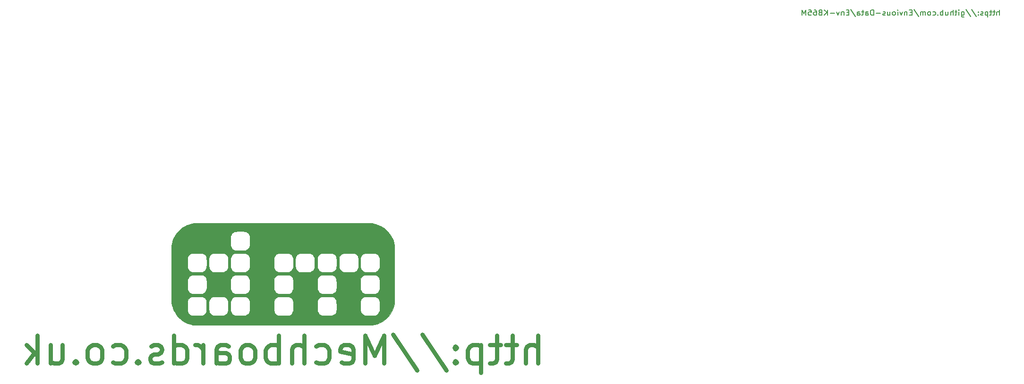
<source format=gbr>
G04 #@! TF.GenerationSoftware,KiCad,Pcbnew,(5.1.9)-1*
G04 #@! TF.CreationDate,2021-05-17T17:20:41+01:00*
G04 #@! TF.ProjectId,EnvKB65_bottom,456e764b-4236-4355-9f62-6f74746f6d2e,rev?*
G04 #@! TF.SameCoordinates,Original*
G04 #@! TF.FileFunction,Legend,Bot*
G04 #@! TF.FilePolarity,Positive*
%FSLAX46Y46*%
G04 Gerber Fmt 4.6, Leading zero omitted, Abs format (unit mm)*
G04 Created by KiCad (PCBNEW (5.1.9)-1) date 2021-05-17 17:20:41*
%MOMM*%
%LPD*%
G01*
G04 APERTURE LIST*
%ADD10C,0.150000*%
%ADD11C,0.750000*%
%ADD12C,0.010000*%
G04 APERTURE END LIST*
D10*
X353466666Y-99452380D02*
X353466666Y-98452380D01*
X353038095Y-99452380D02*
X353038095Y-98928571D01*
X353085714Y-98833333D01*
X353180952Y-98785714D01*
X353323809Y-98785714D01*
X353419047Y-98833333D01*
X353466666Y-98880952D01*
X352704761Y-98785714D02*
X352323809Y-98785714D01*
X352561904Y-98452380D02*
X352561904Y-99309523D01*
X352514285Y-99404761D01*
X352419047Y-99452380D01*
X352323809Y-99452380D01*
X352133333Y-98785714D02*
X351752380Y-98785714D01*
X351990476Y-98452380D02*
X351990476Y-99309523D01*
X351942857Y-99404761D01*
X351847619Y-99452380D01*
X351752380Y-99452380D01*
X351419047Y-98785714D02*
X351419047Y-99785714D01*
X351419047Y-98833333D02*
X351323809Y-98785714D01*
X351133333Y-98785714D01*
X351038095Y-98833333D01*
X350990476Y-98880952D01*
X350942857Y-98976190D01*
X350942857Y-99261904D01*
X350990476Y-99357142D01*
X351038095Y-99404761D01*
X351133333Y-99452380D01*
X351323809Y-99452380D01*
X351419047Y-99404761D01*
X350561904Y-99404761D02*
X350466666Y-99452380D01*
X350276190Y-99452380D01*
X350180952Y-99404761D01*
X350133333Y-99309523D01*
X350133333Y-99261904D01*
X350180952Y-99166666D01*
X350276190Y-99119047D01*
X350419047Y-99119047D01*
X350514285Y-99071428D01*
X350561904Y-98976190D01*
X350561904Y-98928571D01*
X350514285Y-98833333D01*
X350419047Y-98785714D01*
X350276190Y-98785714D01*
X350180952Y-98833333D01*
X349704761Y-99357142D02*
X349657142Y-99404761D01*
X349704761Y-99452380D01*
X349752380Y-99404761D01*
X349704761Y-99357142D01*
X349704761Y-99452380D01*
X349704761Y-98833333D02*
X349657142Y-98880952D01*
X349704761Y-98928571D01*
X349752380Y-98880952D01*
X349704761Y-98833333D01*
X349704761Y-98928571D01*
X348514285Y-98404761D02*
X349371428Y-99690476D01*
X347466666Y-98404761D02*
X348323809Y-99690476D01*
X346704761Y-98785714D02*
X346704761Y-99595238D01*
X346752380Y-99690476D01*
X346800000Y-99738095D01*
X346895238Y-99785714D01*
X347038095Y-99785714D01*
X347133333Y-99738095D01*
X346704761Y-99404761D02*
X346800000Y-99452380D01*
X346990476Y-99452380D01*
X347085714Y-99404761D01*
X347133333Y-99357142D01*
X347180952Y-99261904D01*
X347180952Y-98976190D01*
X347133333Y-98880952D01*
X347085714Y-98833333D01*
X346990476Y-98785714D01*
X346800000Y-98785714D01*
X346704761Y-98833333D01*
X346228571Y-99452380D02*
X346228571Y-98785714D01*
X346228571Y-98452380D02*
X346276190Y-98500000D01*
X346228571Y-98547619D01*
X346180952Y-98500000D01*
X346228571Y-98452380D01*
X346228571Y-98547619D01*
X345895238Y-98785714D02*
X345514285Y-98785714D01*
X345752380Y-98452380D02*
X345752380Y-99309523D01*
X345704761Y-99404761D01*
X345609523Y-99452380D01*
X345514285Y-99452380D01*
X345180952Y-99452380D02*
X345180952Y-98452380D01*
X344752380Y-99452380D02*
X344752380Y-98928571D01*
X344800000Y-98833333D01*
X344895238Y-98785714D01*
X345038095Y-98785714D01*
X345133333Y-98833333D01*
X345180952Y-98880952D01*
X343847619Y-98785714D02*
X343847619Y-99452380D01*
X344276190Y-98785714D02*
X344276190Y-99309523D01*
X344228571Y-99404761D01*
X344133333Y-99452380D01*
X343990476Y-99452380D01*
X343895238Y-99404761D01*
X343847619Y-99357142D01*
X343371428Y-99452380D02*
X343371428Y-98452380D01*
X343371428Y-98833333D02*
X343276190Y-98785714D01*
X343085714Y-98785714D01*
X342990476Y-98833333D01*
X342942857Y-98880952D01*
X342895238Y-98976190D01*
X342895238Y-99261904D01*
X342942857Y-99357142D01*
X342990476Y-99404761D01*
X343085714Y-99452380D01*
X343276190Y-99452380D01*
X343371428Y-99404761D01*
X342466666Y-99357142D02*
X342419047Y-99404761D01*
X342466666Y-99452380D01*
X342514285Y-99404761D01*
X342466666Y-99357142D01*
X342466666Y-99452380D01*
X341561904Y-99404761D02*
X341657142Y-99452380D01*
X341847619Y-99452380D01*
X341942857Y-99404761D01*
X341990476Y-99357142D01*
X342038095Y-99261904D01*
X342038095Y-98976190D01*
X341990476Y-98880952D01*
X341942857Y-98833333D01*
X341847619Y-98785714D01*
X341657142Y-98785714D01*
X341561904Y-98833333D01*
X340990476Y-99452380D02*
X341085714Y-99404761D01*
X341133333Y-99357142D01*
X341180952Y-99261904D01*
X341180952Y-98976190D01*
X341133333Y-98880952D01*
X341085714Y-98833333D01*
X340990476Y-98785714D01*
X340847619Y-98785714D01*
X340752380Y-98833333D01*
X340704761Y-98880952D01*
X340657142Y-98976190D01*
X340657142Y-99261904D01*
X340704761Y-99357142D01*
X340752380Y-99404761D01*
X340847619Y-99452380D01*
X340990476Y-99452380D01*
X340228571Y-99452380D02*
X340228571Y-98785714D01*
X340228571Y-98880952D02*
X340180952Y-98833333D01*
X340085714Y-98785714D01*
X339942857Y-98785714D01*
X339847619Y-98833333D01*
X339800000Y-98928571D01*
X339800000Y-99452380D01*
X339800000Y-98928571D02*
X339752380Y-98833333D01*
X339657142Y-98785714D01*
X339514285Y-98785714D01*
X339419047Y-98833333D01*
X339371428Y-98928571D01*
X339371428Y-99452380D01*
X338180952Y-98404761D02*
X339038095Y-99690476D01*
X337847619Y-98928571D02*
X337514285Y-98928571D01*
X337371428Y-99452380D02*
X337847619Y-99452380D01*
X337847619Y-98452380D01*
X337371428Y-98452380D01*
X336942857Y-98785714D02*
X336942857Y-99452380D01*
X336942857Y-98880952D02*
X336895238Y-98833333D01*
X336800000Y-98785714D01*
X336657142Y-98785714D01*
X336561904Y-98833333D01*
X336514285Y-98928571D01*
X336514285Y-99452380D01*
X336133333Y-98785714D02*
X335895238Y-99452380D01*
X335657142Y-98785714D01*
X335276190Y-99452380D02*
X335276190Y-98785714D01*
X335276190Y-98452380D02*
X335323809Y-98500000D01*
X335276190Y-98547619D01*
X335228571Y-98500000D01*
X335276190Y-98452380D01*
X335276190Y-98547619D01*
X334657142Y-99452380D02*
X334752380Y-99404761D01*
X334800000Y-99357142D01*
X334847619Y-99261904D01*
X334847619Y-98976190D01*
X334800000Y-98880952D01*
X334752380Y-98833333D01*
X334657142Y-98785714D01*
X334514285Y-98785714D01*
X334419047Y-98833333D01*
X334371428Y-98880952D01*
X334323809Y-98976190D01*
X334323809Y-99261904D01*
X334371428Y-99357142D01*
X334419047Y-99404761D01*
X334514285Y-99452380D01*
X334657142Y-99452380D01*
X333466666Y-98785714D02*
X333466666Y-99452380D01*
X333895238Y-98785714D02*
X333895238Y-99309523D01*
X333847619Y-99404761D01*
X333752380Y-99452380D01*
X333609523Y-99452380D01*
X333514285Y-99404761D01*
X333466666Y-99357142D01*
X333038095Y-99404761D02*
X332942857Y-99452380D01*
X332752380Y-99452380D01*
X332657142Y-99404761D01*
X332609523Y-99309523D01*
X332609523Y-99261904D01*
X332657142Y-99166666D01*
X332752380Y-99119047D01*
X332895238Y-99119047D01*
X332990476Y-99071428D01*
X333038095Y-98976190D01*
X333038095Y-98928571D01*
X332990476Y-98833333D01*
X332895238Y-98785714D01*
X332752380Y-98785714D01*
X332657142Y-98833333D01*
X332180952Y-99071428D02*
X331419047Y-99071428D01*
X330942857Y-99452380D02*
X330942857Y-98452380D01*
X330704761Y-98452380D01*
X330561904Y-98500000D01*
X330466666Y-98595238D01*
X330419047Y-98690476D01*
X330371428Y-98880952D01*
X330371428Y-99023809D01*
X330419047Y-99214285D01*
X330466666Y-99309523D01*
X330561904Y-99404761D01*
X330704761Y-99452380D01*
X330942857Y-99452380D01*
X329514285Y-99452380D02*
X329514285Y-98928571D01*
X329561904Y-98833333D01*
X329657142Y-98785714D01*
X329847619Y-98785714D01*
X329942857Y-98833333D01*
X329514285Y-99404761D02*
X329609523Y-99452380D01*
X329847619Y-99452380D01*
X329942857Y-99404761D01*
X329990476Y-99309523D01*
X329990476Y-99214285D01*
X329942857Y-99119047D01*
X329847619Y-99071428D01*
X329609523Y-99071428D01*
X329514285Y-99023809D01*
X329180952Y-98785714D02*
X328800000Y-98785714D01*
X329038095Y-98452380D02*
X329038095Y-99309523D01*
X328990476Y-99404761D01*
X328895238Y-99452380D01*
X328800000Y-99452380D01*
X328038095Y-99452380D02*
X328038095Y-98928571D01*
X328085714Y-98833333D01*
X328180952Y-98785714D01*
X328371428Y-98785714D01*
X328466666Y-98833333D01*
X328038095Y-99404761D02*
X328133333Y-99452380D01*
X328371428Y-99452380D01*
X328466666Y-99404761D01*
X328514285Y-99309523D01*
X328514285Y-99214285D01*
X328466666Y-99119047D01*
X328371428Y-99071428D01*
X328133333Y-99071428D01*
X328038095Y-99023809D01*
X326847619Y-98404761D02*
X327704761Y-99690476D01*
X326514285Y-98928571D02*
X326180952Y-98928571D01*
X326038095Y-99452380D02*
X326514285Y-99452380D01*
X326514285Y-98452380D01*
X326038095Y-98452380D01*
X325609523Y-98785714D02*
X325609523Y-99452380D01*
X325609523Y-98880952D02*
X325561904Y-98833333D01*
X325466666Y-98785714D01*
X325323809Y-98785714D01*
X325228571Y-98833333D01*
X325180952Y-98928571D01*
X325180952Y-99452380D01*
X324800000Y-98785714D02*
X324561904Y-99452380D01*
X324323809Y-98785714D01*
X323942857Y-99071428D02*
X323180952Y-99071428D01*
X322704761Y-99452380D02*
X322704761Y-98452380D01*
X322133333Y-99452380D02*
X322561904Y-98880952D01*
X322133333Y-98452380D02*
X322704761Y-99023809D01*
X321371428Y-98928571D02*
X321228571Y-98976190D01*
X321180952Y-99023809D01*
X321133333Y-99119047D01*
X321133333Y-99261904D01*
X321180952Y-99357142D01*
X321228571Y-99404761D01*
X321323809Y-99452380D01*
X321704761Y-99452380D01*
X321704761Y-98452380D01*
X321371428Y-98452380D01*
X321276190Y-98500000D01*
X321228571Y-98547619D01*
X321180952Y-98642857D01*
X321180952Y-98738095D01*
X321228571Y-98833333D01*
X321276190Y-98880952D01*
X321371428Y-98928571D01*
X321704761Y-98928571D01*
X320276190Y-98452380D02*
X320466666Y-98452380D01*
X320561904Y-98500000D01*
X320609523Y-98547619D01*
X320704761Y-98690476D01*
X320752380Y-98880952D01*
X320752380Y-99261904D01*
X320704761Y-99357142D01*
X320657142Y-99404761D01*
X320561904Y-99452380D01*
X320371428Y-99452380D01*
X320276190Y-99404761D01*
X320228571Y-99357142D01*
X320180952Y-99261904D01*
X320180952Y-99023809D01*
X320228571Y-98928571D01*
X320276190Y-98880952D01*
X320371428Y-98833333D01*
X320561904Y-98833333D01*
X320657142Y-98880952D01*
X320704761Y-98928571D01*
X320752380Y-99023809D01*
X319276190Y-98452380D02*
X319752380Y-98452380D01*
X319800000Y-98928571D01*
X319752380Y-98880952D01*
X319657142Y-98833333D01*
X319419047Y-98833333D01*
X319323809Y-98880952D01*
X319276190Y-98928571D01*
X319228571Y-99023809D01*
X319228571Y-99261904D01*
X319276190Y-99357142D01*
X319323809Y-99404761D01*
X319419047Y-99452380D01*
X319657142Y-99452380D01*
X319752380Y-99404761D01*
X319800000Y-99357142D01*
X318800000Y-99452380D02*
X318800000Y-98452380D01*
X318466666Y-99166666D01*
X318133333Y-98452380D01*
X318133333Y-99452380D01*
D11*
X270764285Y-161936904D02*
X270764285Y-156936904D01*
X268621428Y-161936904D02*
X268621428Y-159317857D01*
X268859523Y-158841666D01*
X269335714Y-158603571D01*
X270050000Y-158603571D01*
X270526190Y-158841666D01*
X270764285Y-159079761D01*
X266954761Y-158603571D02*
X265050000Y-158603571D01*
X266240476Y-156936904D02*
X266240476Y-161222619D01*
X266002380Y-161698809D01*
X265526190Y-161936904D01*
X265050000Y-161936904D01*
X264097619Y-158603571D02*
X262192857Y-158603571D01*
X263383333Y-156936904D02*
X263383333Y-161222619D01*
X263145238Y-161698809D01*
X262669047Y-161936904D01*
X262192857Y-161936904D01*
X260526190Y-158603571D02*
X260526190Y-163603571D01*
X260526190Y-158841666D02*
X260050000Y-158603571D01*
X259097619Y-158603571D01*
X258621428Y-158841666D01*
X258383333Y-159079761D01*
X258145238Y-159555952D01*
X258145238Y-160984523D01*
X258383333Y-161460714D01*
X258621428Y-161698809D01*
X259097619Y-161936904D01*
X260050000Y-161936904D01*
X260526190Y-161698809D01*
X256002380Y-161460714D02*
X255764285Y-161698809D01*
X256002380Y-161936904D01*
X256240476Y-161698809D01*
X256002380Y-161460714D01*
X256002380Y-161936904D01*
X256002380Y-158841666D02*
X255764285Y-159079761D01*
X256002380Y-159317857D01*
X256240476Y-159079761D01*
X256002380Y-158841666D01*
X256002380Y-159317857D01*
X250050000Y-156698809D02*
X254335714Y-163127380D01*
X244811904Y-156698809D02*
X249097619Y-163127380D01*
X243145238Y-161936904D02*
X243145238Y-156936904D01*
X241478571Y-160508333D01*
X239811904Y-156936904D01*
X239811904Y-161936904D01*
X235526190Y-161698809D02*
X236002380Y-161936904D01*
X236954761Y-161936904D01*
X237430952Y-161698809D01*
X237669047Y-161222619D01*
X237669047Y-159317857D01*
X237430952Y-158841666D01*
X236954761Y-158603571D01*
X236002380Y-158603571D01*
X235526190Y-158841666D01*
X235288095Y-159317857D01*
X235288095Y-159794047D01*
X237669047Y-160270238D01*
X231002380Y-161698809D02*
X231478571Y-161936904D01*
X232430952Y-161936904D01*
X232907142Y-161698809D01*
X233145238Y-161460714D01*
X233383333Y-160984523D01*
X233383333Y-159555952D01*
X233145238Y-159079761D01*
X232907142Y-158841666D01*
X232430952Y-158603571D01*
X231478571Y-158603571D01*
X231002380Y-158841666D01*
X228859523Y-161936904D02*
X228859523Y-156936904D01*
X226716666Y-161936904D02*
X226716666Y-159317857D01*
X226954761Y-158841666D01*
X227430952Y-158603571D01*
X228145238Y-158603571D01*
X228621428Y-158841666D01*
X228859523Y-159079761D01*
X224335714Y-161936904D02*
X224335714Y-156936904D01*
X224335714Y-158841666D02*
X223859523Y-158603571D01*
X222907142Y-158603571D01*
X222430952Y-158841666D01*
X222192857Y-159079761D01*
X221954761Y-159555952D01*
X221954761Y-160984523D01*
X222192857Y-161460714D01*
X222430952Y-161698809D01*
X222907142Y-161936904D01*
X223859523Y-161936904D01*
X224335714Y-161698809D01*
X219097619Y-161936904D02*
X219573809Y-161698809D01*
X219811904Y-161460714D01*
X220050000Y-160984523D01*
X220050000Y-159555952D01*
X219811904Y-159079761D01*
X219573809Y-158841666D01*
X219097619Y-158603571D01*
X218383333Y-158603571D01*
X217907142Y-158841666D01*
X217669047Y-159079761D01*
X217430952Y-159555952D01*
X217430952Y-160984523D01*
X217669047Y-161460714D01*
X217907142Y-161698809D01*
X218383333Y-161936904D01*
X219097619Y-161936904D01*
X213145238Y-161936904D02*
X213145238Y-159317857D01*
X213383333Y-158841666D01*
X213859523Y-158603571D01*
X214811904Y-158603571D01*
X215288095Y-158841666D01*
X213145238Y-161698809D02*
X213621428Y-161936904D01*
X214811904Y-161936904D01*
X215288095Y-161698809D01*
X215526190Y-161222619D01*
X215526190Y-160746428D01*
X215288095Y-160270238D01*
X214811904Y-160032142D01*
X213621428Y-160032142D01*
X213145238Y-159794047D01*
X210764285Y-161936904D02*
X210764285Y-158603571D01*
X210764285Y-159555952D02*
X210526190Y-159079761D01*
X210288095Y-158841666D01*
X209811904Y-158603571D01*
X209335714Y-158603571D01*
X205526190Y-161936904D02*
X205526190Y-156936904D01*
X205526190Y-161698809D02*
X206002380Y-161936904D01*
X206954761Y-161936904D01*
X207430952Y-161698809D01*
X207669047Y-161460714D01*
X207907142Y-160984523D01*
X207907142Y-159555952D01*
X207669047Y-159079761D01*
X207430952Y-158841666D01*
X206954761Y-158603571D01*
X206002380Y-158603571D01*
X205526190Y-158841666D01*
X203383333Y-161698809D02*
X202907142Y-161936904D01*
X201954761Y-161936904D01*
X201478571Y-161698809D01*
X201240476Y-161222619D01*
X201240476Y-160984523D01*
X201478571Y-160508333D01*
X201954761Y-160270238D01*
X202669047Y-160270238D01*
X203145238Y-160032142D01*
X203383333Y-159555952D01*
X203383333Y-159317857D01*
X203145238Y-158841666D01*
X202669047Y-158603571D01*
X201954761Y-158603571D01*
X201478571Y-158841666D01*
X199097619Y-161460714D02*
X198859523Y-161698809D01*
X199097619Y-161936904D01*
X199335714Y-161698809D01*
X199097619Y-161460714D01*
X199097619Y-161936904D01*
X194573809Y-161698809D02*
X195050000Y-161936904D01*
X196002380Y-161936904D01*
X196478571Y-161698809D01*
X196716666Y-161460714D01*
X196954761Y-160984523D01*
X196954761Y-159555952D01*
X196716666Y-159079761D01*
X196478571Y-158841666D01*
X196002380Y-158603571D01*
X195050000Y-158603571D01*
X194573809Y-158841666D01*
X191716666Y-161936904D02*
X192192857Y-161698809D01*
X192430952Y-161460714D01*
X192669047Y-160984523D01*
X192669047Y-159555952D01*
X192430952Y-159079761D01*
X192192857Y-158841666D01*
X191716666Y-158603571D01*
X191002380Y-158603571D01*
X190526190Y-158841666D01*
X190288095Y-159079761D01*
X190050000Y-159555952D01*
X190050000Y-160984523D01*
X190288095Y-161460714D01*
X190526190Y-161698809D01*
X191002380Y-161936904D01*
X191716666Y-161936904D01*
X187907142Y-161460714D02*
X187669047Y-161698809D01*
X187907142Y-161936904D01*
X188145238Y-161698809D01*
X187907142Y-161460714D01*
X187907142Y-161936904D01*
X183383333Y-158603571D02*
X183383333Y-161936904D01*
X185526190Y-158603571D02*
X185526190Y-161222619D01*
X185288095Y-161698809D01*
X184811904Y-161936904D01*
X184097619Y-161936904D01*
X183621428Y-161698809D01*
X183383333Y-161460714D01*
X181002380Y-161936904D02*
X181002380Y-156936904D01*
X180526190Y-160032142D02*
X179097619Y-161936904D01*
X179097619Y-158603571D02*
X181002380Y-160508333D01*
D12*
G36*
X222907290Y-136756458D02*
G01*
X221881348Y-136756559D01*
X220897052Y-136756713D01*
X219954173Y-136756920D01*
X219052483Y-136757180D01*
X218191752Y-136757494D01*
X217371751Y-136757863D01*
X216592251Y-136758285D01*
X215853023Y-136758763D01*
X215153838Y-136759295D01*
X214494467Y-136759883D01*
X213874682Y-136760526D01*
X213294252Y-136761226D01*
X212752949Y-136761981D01*
X212250545Y-136762793D01*
X211786809Y-136763663D01*
X211361513Y-136764589D01*
X210974428Y-136765572D01*
X210625325Y-136766614D01*
X210313974Y-136767714D01*
X210040148Y-136768872D01*
X209803616Y-136770089D01*
X209604151Y-136771365D01*
X209441522Y-136772700D01*
X209315500Y-136774095D01*
X209225858Y-136775550D01*
X209172365Y-136777065D01*
X209157112Y-136778052D01*
X208718885Y-136852668D01*
X208294919Y-136966186D01*
X207887313Y-137117121D01*
X207498164Y-137303991D01*
X207129572Y-137525311D01*
X206783634Y-137779597D01*
X206462449Y-138065365D01*
X206168116Y-138381132D01*
X205902732Y-138725413D01*
X205668398Y-139096725D01*
X205542428Y-139334181D01*
X205365895Y-139737994D01*
X205229461Y-140154929D01*
X205132804Y-140586045D01*
X205103173Y-140777666D01*
X205099594Y-140825851D01*
X205096218Y-140914033D01*
X205093045Y-141039876D01*
X205090075Y-141201047D01*
X205087309Y-141395208D01*
X205084745Y-141620024D01*
X205082384Y-141873161D01*
X205080226Y-142152281D01*
X205078272Y-142455051D01*
X205076520Y-142779134D01*
X205074972Y-143122196D01*
X205073626Y-143481899D01*
X205072484Y-143855910D01*
X205071545Y-144241892D01*
X205070808Y-144637510D01*
X205070275Y-145040429D01*
X205069945Y-145448313D01*
X205069818Y-145858826D01*
X205069894Y-146269633D01*
X205070173Y-146678399D01*
X205070655Y-147082788D01*
X205071340Y-147480465D01*
X205072228Y-147869094D01*
X205073320Y-148246339D01*
X205074614Y-148609865D01*
X205076111Y-148957338D01*
X205077812Y-149286420D01*
X205079715Y-149594777D01*
X205081822Y-149880073D01*
X205084131Y-150139973D01*
X205086644Y-150372141D01*
X205089360Y-150574241D01*
X205092278Y-150743939D01*
X205095400Y-150878899D01*
X205098725Y-150976785D01*
X205102253Y-151035262D01*
X205103173Y-151043500D01*
X205182513Y-151480936D01*
X205301168Y-151903391D01*
X205459445Y-152311603D01*
X205657650Y-152706305D01*
X205896089Y-153088235D01*
X206031611Y-153276123D01*
X206115593Y-153379375D01*
X206224167Y-153500974D01*
X206349031Y-153632621D01*
X206481885Y-153766015D01*
X206614427Y-153892853D01*
X206738357Y-154004835D01*
X206845373Y-154093661D01*
X206861544Y-154106056D01*
X207238142Y-154365054D01*
X207628757Y-154584111D01*
X208033470Y-154763261D01*
X208452361Y-154902536D01*
X208885510Y-155001968D01*
X209157112Y-155043114D01*
X209187959Y-155044312D01*
X209259854Y-155045472D01*
X209371525Y-155046594D01*
X209521698Y-155047679D01*
X209709102Y-155048726D01*
X209932464Y-155049735D01*
X210190510Y-155050707D01*
X210481969Y-155051641D01*
X210805567Y-155052537D01*
X211160032Y-155053396D01*
X211544090Y-155054217D01*
X211956471Y-155055001D01*
X212395899Y-155055747D01*
X212861104Y-155056457D01*
X213350812Y-155057128D01*
X213863751Y-155057763D01*
X214398647Y-155058360D01*
X214954229Y-155058920D01*
X215529223Y-155059442D01*
X216122357Y-155059928D01*
X216732357Y-155060376D01*
X217357953Y-155060788D01*
X217997870Y-155061162D01*
X218650836Y-155061499D01*
X219315578Y-155061800D01*
X219990824Y-155062063D01*
X220675300Y-155062290D01*
X221367735Y-155062479D01*
X222066855Y-155062632D01*
X222771388Y-155062748D01*
X223480062Y-155062828D01*
X224191602Y-155062870D01*
X224904737Y-155062876D01*
X225618195Y-155062846D01*
X226330701Y-155062779D01*
X227040984Y-155062675D01*
X227747771Y-155062535D01*
X228449789Y-155062358D01*
X229145766Y-155062145D01*
X229834429Y-155061896D01*
X230514504Y-155061610D01*
X231184720Y-155061288D01*
X231843804Y-155060930D01*
X232490482Y-155060535D01*
X233123483Y-155060105D01*
X233741534Y-155059638D01*
X234343362Y-155059135D01*
X234927693Y-155058596D01*
X235493257Y-155058021D01*
X236038779Y-155057410D01*
X236562987Y-155056763D01*
X237064608Y-155056080D01*
X237542371Y-155055361D01*
X237995001Y-155054606D01*
X238421227Y-155053816D01*
X238819775Y-155052989D01*
X239189373Y-155052127D01*
X239528749Y-155051230D01*
X239836628Y-155050297D01*
X240111740Y-155049328D01*
X240352811Y-155048323D01*
X240558568Y-155047283D01*
X240727740Y-155046208D01*
X240859052Y-155045097D01*
X240951232Y-155043951D01*
X241003008Y-155042769D01*
X241013500Y-155042146D01*
X241453817Y-154964595D01*
X241881626Y-154846700D01*
X242296048Y-154688824D01*
X242696206Y-154491328D01*
X243081222Y-154254571D01*
X243288457Y-154106056D01*
X243391709Y-154022073D01*
X243513309Y-153913500D01*
X243644956Y-153788635D01*
X243778349Y-153655782D01*
X243905187Y-153523239D01*
X244017170Y-153399310D01*
X244105995Y-153292294D01*
X244118390Y-153276123D01*
X244377223Y-152900352D01*
X244595668Y-152512180D01*
X244774031Y-152110869D01*
X244912618Y-151695684D01*
X244926343Y-151636166D01*
X242399917Y-151636166D01*
X242399756Y-151850241D01*
X242399148Y-152026586D01*
X242397907Y-152169806D01*
X242395848Y-152284505D01*
X242392785Y-152375286D01*
X242388531Y-152446752D01*
X242382902Y-152503508D01*
X242375710Y-152550157D01*
X242366770Y-152591303D01*
X242360360Y-152615735D01*
X242296491Y-152780324D01*
X242201269Y-152936496D01*
X242082324Y-153074599D01*
X241947289Y-153184979D01*
X241878146Y-153225719D01*
X241821504Y-153254499D01*
X241770421Y-153278420D01*
X241720460Y-153297908D01*
X241667179Y-153313391D01*
X241606140Y-153325297D01*
X241532903Y-153334054D01*
X241443027Y-153340088D01*
X241332075Y-153343828D01*
X241195604Y-153345702D01*
X241029178Y-153346136D01*
X240828354Y-153345559D01*
X240643084Y-153344672D01*
X240422958Y-153343517D01*
X240240925Y-153342328D01*
X240092744Y-153340885D01*
X239974176Y-153338962D01*
X239880980Y-153336338D01*
X239808915Y-153332789D01*
X239753743Y-153328093D01*
X239711222Y-153322027D01*
X239677112Y-153314368D01*
X239647174Y-153304892D01*
X239617166Y-153293378D01*
X239609638Y-153290349D01*
X239445974Y-153204651D01*
X239295906Y-153088320D01*
X239166879Y-152949202D01*
X239066336Y-152795141D01*
X239008301Y-152656600D01*
X238999065Y-152623056D01*
X238991467Y-152584931D01*
X238985350Y-152537967D01*
X238980559Y-152477910D01*
X238976937Y-152400503D01*
X238974330Y-152301492D01*
X238972580Y-152176619D01*
X238971532Y-152021629D01*
X238971031Y-151832267D01*
X238971024Y-151819239D01*
X234682222Y-151819239D01*
X234682069Y-152035582D01*
X234680311Y-152212602D01*
X234676920Y-152351791D01*
X234671869Y-152454642D01*
X234665131Y-152522643D01*
X234662918Y-152535750D01*
X234604255Y-152731557D01*
X234509645Y-152907917D01*
X234382523Y-153060921D01*
X234226323Y-153186657D01*
X234044477Y-153281214D01*
X233990999Y-153301038D01*
X233954651Y-153313042D01*
X233919842Y-153322887D01*
X233882105Y-153330787D01*
X233836976Y-153336958D01*
X233779990Y-153341616D01*
X233706682Y-153344978D01*
X233612586Y-153347258D01*
X233493238Y-153348672D01*
X233344172Y-153349437D01*
X233160924Y-153349769D01*
X232980750Y-153349868D01*
X232746411Y-153349590D01*
X232550929Y-153348514D01*
X232390836Y-153346540D01*
X232262662Y-153343570D01*
X232162938Y-153339502D01*
X232088194Y-153334238D01*
X232034961Y-153327677D01*
X232007084Y-153321851D01*
X231818165Y-153250586D01*
X231648354Y-153145295D01*
X231502537Y-153010753D01*
X231385600Y-152851736D01*
X231302427Y-152673018D01*
X231284641Y-152615735D01*
X231274541Y-152575687D01*
X231266302Y-152532951D01*
X231259738Y-152482925D01*
X231254665Y-152421004D01*
X231250895Y-152342585D01*
X231248244Y-152243064D01*
X231246525Y-152117838D01*
X231245552Y-151962302D01*
X231245140Y-151771855D01*
X231245084Y-151636166D01*
X226905917Y-151636166D01*
X226905756Y-151850241D01*
X226905148Y-152026586D01*
X226903907Y-152169806D01*
X226901848Y-152284505D01*
X226898785Y-152375286D01*
X226894531Y-152446752D01*
X226888902Y-152503508D01*
X226881710Y-152550157D01*
X226872770Y-152591303D01*
X226866360Y-152615735D01*
X226794686Y-152798377D01*
X226687660Y-152963693D01*
X226550472Y-153106548D01*
X226388309Y-153221804D01*
X226206362Y-153304327D01*
X226154500Y-153320335D01*
X226113372Y-153327738D01*
X226046015Y-153333894D01*
X225949806Y-153338882D01*
X225822123Y-153342778D01*
X225660342Y-153345659D01*
X225461839Y-153347604D01*
X225223991Y-153348688D01*
X225188355Y-153348773D01*
X224971703Y-153349136D01*
X224792927Y-153349074D01*
X224647573Y-153348407D01*
X224531183Y-153346955D01*
X224439302Y-153344541D01*
X224367475Y-153340983D01*
X224311244Y-153336102D01*
X224266155Y-153329719D01*
X224227751Y-153321655D01*
X224191577Y-153311729D01*
X224179765Y-153308137D01*
X223995388Y-153229733D01*
X223831750Y-153117208D01*
X223693279Y-152975506D01*
X223584401Y-152809568D01*
X223509542Y-152624339D01*
X223488083Y-152535750D01*
X223480863Y-152477324D01*
X223475339Y-152384472D01*
X223471482Y-152255702D01*
X223469265Y-152089523D01*
X223468661Y-151884443D01*
X223468921Y-151819239D01*
X219124722Y-151819239D01*
X219124569Y-152035582D01*
X219122811Y-152212602D01*
X219119420Y-152351791D01*
X219114369Y-152454642D01*
X219107631Y-152522643D01*
X219105418Y-152535750D01*
X219046755Y-152731557D01*
X218952145Y-152907917D01*
X218825023Y-153060921D01*
X218668823Y-153186657D01*
X218486977Y-153281214D01*
X218433499Y-153301038D01*
X218397151Y-153313042D01*
X218362342Y-153322887D01*
X218324605Y-153330787D01*
X218279476Y-153336958D01*
X218222490Y-153341616D01*
X218149182Y-153344978D01*
X218055086Y-153347258D01*
X217935738Y-153348672D01*
X217786672Y-153349437D01*
X217603424Y-153349769D01*
X217423250Y-153349868D01*
X217188911Y-153349590D01*
X216993429Y-153348514D01*
X216833336Y-153346540D01*
X216705162Y-153343570D01*
X216605438Y-153339502D01*
X216530694Y-153334238D01*
X216477461Y-153327677D01*
X216449584Y-153321851D01*
X216260665Y-153250586D01*
X216090854Y-153145295D01*
X215945037Y-153010753D01*
X215828100Y-152851736D01*
X215744927Y-152673018D01*
X215727141Y-152615735D01*
X215717041Y-152575687D01*
X215708802Y-152532951D01*
X215702238Y-152482925D01*
X215697165Y-152421004D01*
X215693395Y-152342585D01*
X215690744Y-152243064D01*
X215689025Y-152117838D01*
X215688052Y-151962302D01*
X215687640Y-151771855D01*
X215687584Y-151636166D01*
X215232500Y-151636166D01*
X215232349Y-151862998D01*
X215231585Y-152052088D01*
X215229742Y-152208028D01*
X215226355Y-152335409D01*
X215220956Y-152438824D01*
X215213081Y-152522863D01*
X215202264Y-152592118D01*
X215188038Y-152651181D01*
X215169937Y-152704643D01*
X215147497Y-152757095D01*
X215120250Y-152813130D01*
X215111261Y-152830947D01*
X215052641Y-152922396D01*
X214969689Y-153021004D01*
X214874486Y-153114504D01*
X214779116Y-153190630D01*
X214723544Y-153224581D01*
X214665745Y-153253837D01*
X214613343Y-153278081D01*
X214561766Y-153297788D01*
X214506440Y-153313437D01*
X214442796Y-153325503D01*
X214366261Y-153334464D01*
X214272262Y-153340796D01*
X214156229Y-153344976D01*
X214013589Y-153347482D01*
X213839770Y-153348790D01*
X213630201Y-153349376D01*
X213525522Y-153349528D01*
X213308648Y-153349697D01*
X213129659Y-153349464D01*
X212984105Y-153348648D01*
X212867539Y-153347069D01*
X212775513Y-153344546D01*
X212703577Y-153340898D01*
X212647283Y-153335945D01*
X212602183Y-153329506D01*
X212563829Y-153321401D01*
X212527771Y-153311448D01*
X212518578Y-153308645D01*
X212340487Y-153234126D01*
X212178552Y-153128195D01*
X212040557Y-152997190D01*
X211934282Y-152847447D01*
X211920397Y-152821500D01*
X211892669Y-152765884D01*
X211869709Y-152714434D01*
X211851067Y-152662597D01*
X211836294Y-152605819D01*
X211824942Y-152539545D01*
X211816561Y-152459222D01*
X211810702Y-152360296D01*
X211806916Y-152238214D01*
X211804754Y-152088421D01*
X211803767Y-151906364D01*
X211803505Y-151687489D01*
X211803500Y-151636166D01*
X211390750Y-151636166D01*
X211390715Y-151860296D01*
X211390481Y-152046238D01*
X211389854Y-152198137D01*
X211388641Y-152320140D01*
X211386648Y-152416391D01*
X211383681Y-152491036D01*
X211379547Y-152548220D01*
X211374053Y-152592088D01*
X211367005Y-152626787D01*
X211358209Y-152656462D01*
X211347473Y-152685258D01*
X211341017Y-152701362D01*
X211249500Y-152875481D01*
X211125639Y-153031378D01*
X210976320Y-153162588D01*
X210808427Y-153262648D01*
X210696118Y-153306813D01*
X210660934Y-153317149D01*
X210623902Y-153325632D01*
X210580595Y-153332450D01*
X210526586Y-153337792D01*
X210457447Y-153341847D01*
X210368753Y-153344804D01*
X210256074Y-153346852D01*
X210114985Y-153348180D01*
X209941057Y-153348976D01*
X209729864Y-153349429D01*
X209695967Y-153349477D01*
X209474425Y-153349574D01*
X209290975Y-153349109D01*
X209141380Y-153347940D01*
X209021400Y-153345924D01*
X208926799Y-153342922D01*
X208853336Y-153338789D01*
X208796774Y-153333386D01*
X208752875Y-153326569D01*
X208717400Y-153318198D01*
X208711717Y-153316556D01*
X208513370Y-153237294D01*
X208341958Y-153125509D01*
X208198319Y-152981912D01*
X208083290Y-152807212D01*
X208061837Y-152764529D01*
X207982917Y-152599250D01*
X207982917Y-150673083D01*
X208061837Y-150507803D01*
X208169142Y-150329688D01*
X208306279Y-150178602D01*
X208468798Y-150058295D01*
X208652249Y-149972510D01*
X208723750Y-149950481D01*
X208763531Y-149942829D01*
X208822583Y-149936547D01*
X208904361Y-149931534D01*
X209012320Y-149927688D01*
X209149913Y-149924907D01*
X209320597Y-149923088D01*
X209527825Y-149922129D01*
X209689896Y-149921917D01*
X209905211Y-149921967D01*
X210082690Y-149922381D01*
X210226830Y-149923350D01*
X210342127Y-149925067D01*
X210433079Y-149927723D01*
X210504181Y-149931510D01*
X210559931Y-149936619D01*
X210604826Y-149943242D01*
X210643362Y-149951571D01*
X210680037Y-149961796D01*
X210688821Y-149964479D01*
X210868207Y-150041285D01*
X211032137Y-150153423D01*
X211174114Y-150294854D01*
X211287643Y-150459536D01*
X211341017Y-150570970D01*
X211352846Y-150600958D01*
X211362634Y-150629655D01*
X211370572Y-150661208D01*
X211376855Y-150699763D01*
X211381676Y-150749463D01*
X211385229Y-150814456D01*
X211387707Y-150898885D01*
X211389305Y-151006898D01*
X211390214Y-151142638D01*
X211390630Y-151310252D01*
X211390745Y-151513886D01*
X211390750Y-151636166D01*
X211803500Y-151636166D01*
X211803652Y-151409335D01*
X211804416Y-151220245D01*
X211806259Y-151064305D01*
X211809646Y-150936923D01*
X211815045Y-150833509D01*
X211822920Y-150749470D01*
X211833737Y-150680214D01*
X211847963Y-150621152D01*
X211866064Y-150567690D01*
X211888504Y-150515237D01*
X211915751Y-150459202D01*
X211924740Y-150441385D01*
X211987136Y-150344567D01*
X212075069Y-150241932D01*
X212175952Y-150146067D01*
X212277199Y-150069560D01*
X212323220Y-150042906D01*
X212381180Y-150014158D01*
X212434209Y-149990353D01*
X212486898Y-149971026D01*
X212543839Y-149955709D01*
X212609622Y-149943938D01*
X212688840Y-149935247D01*
X212786084Y-149929169D01*
X212905945Y-149925239D01*
X213053016Y-149922990D01*
X213231887Y-149921957D01*
X213447150Y-149921674D01*
X213518001Y-149921666D01*
X213744832Y-149921817D01*
X213933922Y-149922581D01*
X214089862Y-149924424D01*
X214217243Y-149927812D01*
X214320658Y-149933210D01*
X214404697Y-149941085D01*
X214473952Y-149951903D01*
X214533015Y-149966129D01*
X214586477Y-149984229D01*
X214638930Y-150006670D01*
X214694965Y-150033917D01*
X214712781Y-150042906D01*
X214809600Y-150105302D01*
X214912235Y-150193234D01*
X215008099Y-150294118D01*
X215084607Y-150395365D01*
X215111261Y-150441385D01*
X215140009Y-150499346D01*
X215163814Y-150552375D01*
X215183141Y-150605064D01*
X215198457Y-150662004D01*
X215210228Y-150727788D01*
X215218920Y-150807006D01*
X215224998Y-150904249D01*
X215228928Y-151024111D01*
X215231176Y-151171181D01*
X215232209Y-151350052D01*
X215232492Y-151565316D01*
X215232500Y-151636166D01*
X215687584Y-151636166D01*
X215687745Y-151422092D01*
X215688353Y-151245746D01*
X215689594Y-151102526D01*
X215691653Y-150987827D01*
X215694716Y-150897047D01*
X215698970Y-150825580D01*
X215704599Y-150768824D01*
X215711791Y-150722175D01*
X215720731Y-150681029D01*
X215727141Y-150656597D01*
X215798541Y-150474754D01*
X215904980Y-150310149D01*
X216040896Y-150168037D01*
X216200726Y-150053677D01*
X216378907Y-149972326D01*
X216481334Y-149943856D01*
X216530547Y-149936851D01*
X216607921Y-149931386D01*
X216715852Y-149927419D01*
X216856735Y-149924904D01*
X217032965Y-149923796D01*
X217246937Y-149924053D01*
X217476167Y-149925432D01*
X217692186Y-149927162D01*
X217870212Y-149928846D01*
X218014584Y-149930727D01*
X218129640Y-149933053D01*
X218219721Y-149936066D01*
X218289164Y-149940012D01*
X218342309Y-149945137D01*
X218383495Y-149951685D01*
X218417061Y-149959901D01*
X218447346Y-149970029D01*
X218477863Y-149981983D01*
X218655035Y-150075607D01*
X218812887Y-150203222D01*
X218945411Y-150358631D01*
X219046599Y-150535638D01*
X219070270Y-150592880D01*
X219081892Y-150625230D01*
X219091441Y-150657841D01*
X219099163Y-150695169D01*
X219105299Y-150741667D01*
X219110096Y-150801791D01*
X219113795Y-150879994D01*
X219116641Y-150980733D01*
X219118877Y-151108460D01*
X219120747Y-151267631D01*
X219122495Y-151462701D01*
X219123297Y-151562083D01*
X219124722Y-151819239D01*
X223468921Y-151819239D01*
X223469643Y-151638970D01*
X223470204Y-151562083D01*
X223471976Y-151349629D01*
X223473762Y-151175054D01*
X223475806Y-151033902D01*
X223478351Y-150921719D01*
X223481640Y-150834050D01*
X223485919Y-150766441D01*
X223491430Y-150714437D01*
X223498417Y-150673584D01*
X223507124Y-150639426D01*
X223517795Y-150607510D01*
X223523231Y-150592880D01*
X223613684Y-150410527D01*
X223737302Y-150247886D01*
X223888078Y-150111152D01*
X224060003Y-150006521D01*
X224115638Y-149981983D01*
X224146902Y-149969753D01*
X224177216Y-149959675D01*
X224210918Y-149951503D01*
X224252349Y-149944994D01*
X224305846Y-149939901D01*
X224375749Y-149935981D01*
X224466396Y-149932988D01*
X224582128Y-149930676D01*
X224727282Y-149928802D01*
X224906199Y-149927121D01*
X225117334Y-149925432D01*
X225367687Y-149923974D01*
X225578120Y-149923840D01*
X225751030Y-149925074D01*
X225888812Y-149927720D01*
X225993859Y-149931822D01*
X226068569Y-149937424D01*
X226112167Y-149943856D01*
X226297980Y-150005089D01*
X226468461Y-150102184D01*
X226618048Y-150229884D01*
X226741178Y-150382932D01*
X226832287Y-150556070D01*
X226866360Y-150656597D01*
X226876460Y-150696645D01*
X226884699Y-150739381D01*
X226891263Y-150789408D01*
X226896336Y-150851329D01*
X226900106Y-150929748D01*
X226902757Y-151029268D01*
X226904476Y-151154495D01*
X226905449Y-151310030D01*
X226905861Y-151500478D01*
X226905917Y-151636166D01*
X231245084Y-151636166D01*
X231245245Y-151422092D01*
X231245853Y-151245746D01*
X231247094Y-151102526D01*
X231249153Y-150987827D01*
X231252216Y-150897047D01*
X231256470Y-150825580D01*
X231262099Y-150768824D01*
X231269291Y-150722175D01*
X231278231Y-150681029D01*
X231284641Y-150656597D01*
X231356041Y-150474754D01*
X231462480Y-150310149D01*
X231598396Y-150168037D01*
X231758226Y-150053677D01*
X231936407Y-149972326D01*
X232038834Y-149943856D01*
X232088047Y-149936851D01*
X232165421Y-149931386D01*
X232273352Y-149927419D01*
X232414235Y-149924904D01*
X232590465Y-149923796D01*
X232804437Y-149924053D01*
X233033667Y-149925432D01*
X233249686Y-149927162D01*
X233427712Y-149928846D01*
X233572084Y-149930727D01*
X233687140Y-149933053D01*
X233777221Y-149936066D01*
X233846664Y-149940012D01*
X233899809Y-149945137D01*
X233940995Y-149951685D01*
X233974561Y-149959901D01*
X234004846Y-149970029D01*
X234035363Y-149981983D01*
X234212535Y-150075607D01*
X234370387Y-150203222D01*
X234502911Y-150358631D01*
X234604099Y-150535638D01*
X234627770Y-150592880D01*
X234639392Y-150625230D01*
X234648941Y-150657841D01*
X234656663Y-150695169D01*
X234662799Y-150741667D01*
X234667596Y-150801791D01*
X234671295Y-150879994D01*
X234674141Y-150980733D01*
X234676377Y-151108460D01*
X234678247Y-151267631D01*
X234679995Y-151462701D01*
X234680797Y-151562083D01*
X234682222Y-151819239D01*
X238971024Y-151819239D01*
X238970917Y-151636166D01*
X238971070Y-151413424D01*
X238971634Y-151228758D01*
X238972764Y-151077914D01*
X238974616Y-150956634D01*
X238977346Y-150860664D01*
X238981111Y-150785747D01*
X238986065Y-150727628D01*
X238992365Y-150682050D01*
X239000167Y-150644758D01*
X239008301Y-150615732D01*
X239078376Y-150455092D01*
X239183341Y-150302645D01*
X239315750Y-150166235D01*
X239468161Y-150053708D01*
X239609638Y-149981983D01*
X239640902Y-149969753D01*
X239671216Y-149959675D01*
X239704918Y-149951503D01*
X239746349Y-149944994D01*
X239799846Y-149939901D01*
X239869749Y-149935981D01*
X239960396Y-149932988D01*
X240076128Y-149930676D01*
X240221282Y-149928802D01*
X240400199Y-149927121D01*
X240611334Y-149925432D01*
X240861687Y-149923974D01*
X241072120Y-149923840D01*
X241245030Y-149925074D01*
X241382812Y-149927720D01*
X241487859Y-149931822D01*
X241562569Y-149937424D01*
X241606167Y-149943856D01*
X241791980Y-150005089D01*
X241962461Y-150102184D01*
X242112048Y-150229884D01*
X242235178Y-150382932D01*
X242326287Y-150556070D01*
X242360360Y-150656597D01*
X242370460Y-150696645D01*
X242378699Y-150739381D01*
X242385263Y-150789408D01*
X242390336Y-150851329D01*
X242394106Y-150929748D01*
X242396757Y-151029268D01*
X242398476Y-151154495D01*
X242399449Y-151310030D01*
X242399861Y-151500478D01*
X242399917Y-151636166D01*
X244926343Y-151636166D01*
X245011735Y-151265890D01*
X245046828Y-151043500D01*
X245050407Y-150995315D01*
X245053783Y-150907133D01*
X245056956Y-150781289D01*
X245059926Y-150620119D01*
X245062692Y-150425958D01*
X245065256Y-150201141D01*
X245067617Y-149948005D01*
X245069775Y-149668884D01*
X245071729Y-149366114D01*
X245073481Y-149042031D01*
X245075029Y-148698970D01*
X245076375Y-148339266D01*
X245077516Y-147965256D01*
X245078034Y-147752083D01*
X242399900Y-147752083D01*
X242399841Y-147966718D01*
X242399529Y-148143456D01*
X242398745Y-148286735D01*
X242397273Y-148400991D01*
X242394896Y-148490660D01*
X242391395Y-148560181D01*
X242386554Y-148613989D01*
X242380154Y-148656522D01*
X242371979Y-148692216D01*
X242361812Y-148725508D01*
X242350628Y-148757500D01*
X242260136Y-148952559D01*
X242139425Y-149119479D01*
X241990831Y-149256063D01*
X241816685Y-149360117D01*
X241642901Y-149423369D01*
X241586907Y-149432339D01*
X241494559Y-149439949D01*
X241371815Y-149446199D01*
X241224631Y-149451089D01*
X241058965Y-149454619D01*
X240880774Y-149456787D01*
X240696016Y-149457595D01*
X240510649Y-149457042D01*
X240330629Y-149455127D01*
X240161914Y-149451850D01*
X240010461Y-149447212D01*
X239882228Y-149441212D01*
X239783172Y-149433849D01*
X239719250Y-149425123D01*
X239712076Y-149423445D01*
X239530981Y-149355113D01*
X239365919Y-149251475D01*
X239222263Y-149118192D01*
X239105388Y-148960927D01*
X239020668Y-148785344D01*
X238983653Y-148655916D01*
X238976171Y-148596654D01*
X238970065Y-148501620D01*
X238965307Y-148376902D01*
X238961869Y-148228593D01*
X238959722Y-148062782D01*
X238958999Y-147917640D01*
X234686097Y-147917640D01*
X234684991Y-148093277D01*
X234682616Y-148256421D01*
X234678945Y-148400980D01*
X234673949Y-148520864D01*
X234667601Y-148609983D01*
X234661348Y-148655916D01*
X234602646Y-148838843D01*
X234508264Y-149008529D01*
X234383804Y-149159000D01*
X234234871Y-149284287D01*
X234067068Y-149378417D01*
X233942083Y-149422384D01*
X233885874Y-149431416D01*
X233793317Y-149439123D01*
X233670373Y-149445500D01*
X233523007Y-149450541D01*
X233357181Y-149454238D01*
X233178861Y-149456586D01*
X232994008Y-149457579D01*
X232808586Y-149457210D01*
X232628559Y-149455472D01*
X232459890Y-149452361D01*
X232308543Y-149447868D01*
X232180481Y-149441988D01*
X232081667Y-149434715D01*
X232018066Y-149426042D01*
X232011175Y-149424426D01*
X231819694Y-149353986D01*
X231648623Y-149249827D01*
X231502403Y-149116246D01*
X231385471Y-148957540D01*
X231302268Y-148778009D01*
X231284641Y-148721069D01*
X231274602Y-148681282D01*
X231266401Y-148638818D01*
X231259856Y-148589113D01*
X231254785Y-148527603D01*
X231251006Y-148449720D01*
X231248335Y-148350901D01*
X231246591Y-148226580D01*
X231245591Y-148072193D01*
X231245154Y-147883173D01*
X231245084Y-147730916D01*
X226905917Y-147730916D01*
X226905760Y-147946367D01*
X226905166Y-148124050D01*
X226903952Y-148268531D01*
X226901938Y-148384375D01*
X226898940Y-148476146D01*
X226894775Y-148548411D01*
X226889262Y-148605734D01*
X226882219Y-148652680D01*
X226873461Y-148693814D01*
X226866360Y-148721069D01*
X226794361Y-148904870D01*
X226687162Y-149070095D01*
X226549554Y-149212053D01*
X226386328Y-149326055D01*
X226202274Y-149407412D01*
X226148901Y-149423369D01*
X226092907Y-149432339D01*
X226000559Y-149439949D01*
X225877815Y-149446199D01*
X225730631Y-149451089D01*
X225564965Y-149454619D01*
X225386774Y-149456787D01*
X225202016Y-149457595D01*
X225016649Y-149457042D01*
X224836629Y-149455127D01*
X224667914Y-149451850D01*
X224516461Y-149447212D01*
X224388228Y-149441212D01*
X224289172Y-149433849D01*
X224225250Y-149425123D01*
X224218076Y-149423445D01*
X224036981Y-149355113D01*
X223871919Y-149251475D01*
X223728263Y-149118192D01*
X223611388Y-148960927D01*
X223526668Y-148785344D01*
X223489653Y-148655916D01*
X223482171Y-148596654D01*
X223476065Y-148501620D01*
X223471307Y-148376902D01*
X223467869Y-148228593D01*
X223465722Y-148062782D01*
X223464999Y-147917640D01*
X219128597Y-147917640D01*
X219127491Y-148093277D01*
X219125116Y-148256421D01*
X219121445Y-148400980D01*
X219116449Y-148520864D01*
X219110101Y-148609983D01*
X219103848Y-148655916D01*
X219045146Y-148838843D01*
X218950764Y-149008529D01*
X218826304Y-149159000D01*
X218677371Y-149284287D01*
X218509568Y-149378417D01*
X218384583Y-149422384D01*
X218328374Y-149431416D01*
X218235817Y-149439123D01*
X218112873Y-149445500D01*
X217965507Y-149450541D01*
X217799681Y-149454238D01*
X217621361Y-149456586D01*
X217436508Y-149457579D01*
X217251086Y-149457210D01*
X217071059Y-149455472D01*
X216902390Y-149452361D01*
X216751043Y-149447868D01*
X216622981Y-149441988D01*
X216524167Y-149434715D01*
X216460566Y-149426042D01*
X216453675Y-149424426D01*
X216262194Y-149353986D01*
X216091123Y-149249827D01*
X215944903Y-149116246D01*
X215827971Y-148957540D01*
X215744768Y-148778009D01*
X215727141Y-148721069D01*
X215717102Y-148681282D01*
X215708901Y-148638818D01*
X215702356Y-148589113D01*
X215697285Y-148527603D01*
X215693506Y-148449720D01*
X215690835Y-148350901D01*
X215689091Y-148226580D01*
X215688091Y-148072193D01*
X215687654Y-147883173D01*
X215687589Y-147741500D01*
X211401334Y-147741500D01*
X211401063Y-147962956D01*
X211400153Y-148146339D01*
X211398461Y-148295905D01*
X211395844Y-148415913D01*
X211392159Y-148510619D01*
X211387260Y-148584280D01*
X211381006Y-148641153D01*
X211373252Y-148685496D01*
X211368887Y-148703843D01*
X211299357Y-148889794D01*
X211194810Y-149057842D01*
X211060362Y-149202815D01*
X210901128Y-149319538D01*
X210722224Y-149402838D01*
X210658286Y-149422503D01*
X210601595Y-149431644D01*
X210508564Y-149439420D01*
X210385160Y-149445826D01*
X210237356Y-149450861D01*
X210071119Y-149454519D01*
X209892421Y-149456799D01*
X209707231Y-149457696D01*
X209521520Y-149457209D01*
X209341257Y-149455332D01*
X209172412Y-149452064D01*
X209020955Y-149447401D01*
X208892856Y-149441339D01*
X208794085Y-149433876D01*
X208730613Y-149425008D01*
X208724491Y-149423553D01*
X208533832Y-149352590D01*
X208363051Y-149245782D01*
X208216276Y-149106580D01*
X208097638Y-148938435D01*
X208061837Y-148869862D01*
X207982917Y-148704583D01*
X207976791Y-147780351D01*
X207975384Y-147557785D01*
X207974487Y-147373290D01*
X207974258Y-147222606D01*
X207974851Y-147101473D01*
X207976422Y-147005632D01*
X207979127Y-146930820D01*
X207983122Y-146872779D01*
X207988563Y-146827248D01*
X207995604Y-146789967D01*
X208004403Y-146756675D01*
X208015114Y-146723112D01*
X208015479Y-146722018D01*
X208097314Y-146539485D01*
X208211641Y-146377045D01*
X208353101Y-146239677D01*
X208516334Y-146132361D01*
X208695983Y-146060073D01*
X208740298Y-146048639D01*
X208781339Y-146044008D01*
X208859823Y-146039736D01*
X208970863Y-146035931D01*
X209109568Y-146032704D01*
X209271052Y-146030162D01*
X209450424Y-146028415D01*
X209642796Y-146027572D01*
X209688284Y-146027517D01*
X209914906Y-146027531D01*
X210103793Y-146028183D01*
X210259541Y-146029936D01*
X210386746Y-146033256D01*
X210490007Y-146038607D01*
X210573920Y-146046456D01*
X210643081Y-146057267D01*
X210702089Y-146071504D01*
X210755539Y-146089634D01*
X210808029Y-146112121D01*
X210864157Y-146139430D01*
X210881615Y-146148239D01*
X210977567Y-146210331D01*
X211079649Y-146298527D01*
X211175787Y-146400709D01*
X211253910Y-146504760D01*
X211279017Y-146547167D01*
X211308030Y-146603393D01*
X211332066Y-146656666D01*
X211351590Y-146711541D01*
X211367071Y-146772567D01*
X211378972Y-146844297D01*
X211387761Y-146931282D01*
X211393903Y-147038074D01*
X211397866Y-147169225D01*
X211400114Y-147329286D01*
X211401115Y-147522808D01*
X211401334Y-147741500D01*
X215687589Y-147741500D01*
X215687584Y-147730916D01*
X215687741Y-147515648D01*
X215688330Y-147338242D01*
X215689530Y-147194227D01*
X215691517Y-147079133D01*
X215694470Y-146988489D01*
X215698566Y-146917825D01*
X215703984Y-146862671D01*
X215710900Y-146818555D01*
X215719492Y-146781007D01*
X215726291Y-146757250D01*
X215804701Y-146568022D01*
X215916136Y-146399496D01*
X216055925Y-146256467D01*
X216219396Y-146143732D01*
X216398592Y-146067101D01*
X216433560Y-146057117D01*
X216471089Y-146048929D01*
X216515577Y-146042362D01*
X216571420Y-146037240D01*
X216643018Y-146033386D01*
X216734766Y-146030626D01*
X216851063Y-146028783D01*
X216996305Y-146027681D01*
X217174891Y-146027145D01*
X217391218Y-146027000D01*
X217401740Y-146027000D01*
X217619157Y-146027115D01*
X217798677Y-146027586D01*
X217944739Y-146028596D01*
X218061780Y-146030330D01*
X218154237Y-146032972D01*
X218226546Y-146036707D01*
X218283146Y-146041719D01*
X218328473Y-146048194D01*
X218366965Y-146056315D01*
X218403058Y-146066267D01*
X218412089Y-146069020D01*
X218600661Y-146148322D01*
X218766108Y-146260677D01*
X218904599Y-146402022D01*
X219012303Y-146568293D01*
X219085391Y-146755427D01*
X219095195Y-146793625D01*
X219103214Y-146849953D01*
X219110192Y-146942513D01*
X219116099Y-147065212D01*
X219120909Y-147211961D01*
X219124591Y-147376669D01*
X219127119Y-147553245D01*
X219128464Y-147735599D01*
X219128597Y-147917640D01*
X223464999Y-147917640D01*
X223464838Y-147885561D01*
X223465188Y-147703019D01*
X223466746Y-147521247D01*
X223469481Y-147346336D01*
X223473366Y-147184377D01*
X223478373Y-147041460D01*
X223484473Y-146923675D01*
X223491638Y-146837113D01*
X223498306Y-146793625D01*
X223564268Y-146602929D01*
X223665587Y-146432313D01*
X223798431Y-146285838D01*
X223958971Y-146167569D01*
X224143376Y-146081568D01*
X224181412Y-146069020D01*
X224217542Y-146058603D01*
X224254978Y-146050057D01*
X224298147Y-146043199D01*
X224351479Y-146037844D01*
X224419402Y-146033810D01*
X224506344Y-146030911D01*
X224616736Y-146028965D01*
X224755005Y-146027788D01*
X224925581Y-146027196D01*
X225132891Y-146027006D01*
X225194314Y-146027000D01*
X225411232Y-146027093D01*
X225590219Y-146027503D01*
X225735680Y-146028420D01*
X225852019Y-146030038D01*
X225943638Y-146032547D01*
X226014941Y-146036139D01*
X226070332Y-146041008D01*
X226114214Y-146047345D01*
X226150990Y-146055342D01*
X226185064Y-146065191D01*
X226202793Y-146070980D01*
X226392188Y-146155835D01*
X226557923Y-146274290D01*
X226696478Y-146422706D01*
X226804328Y-146597444D01*
X226867210Y-146757250D01*
X226877028Y-146792896D01*
X226885050Y-146832109D01*
X226891454Y-146879360D01*
X226896418Y-146939118D01*
X226900119Y-147015854D01*
X226902735Y-147114039D01*
X226904444Y-147238144D01*
X226905423Y-147392639D01*
X226905851Y-147581994D01*
X226905917Y-147730916D01*
X231245084Y-147730916D01*
X231245241Y-147515648D01*
X231245830Y-147338242D01*
X231247030Y-147194227D01*
X231249017Y-147079133D01*
X231251970Y-146988489D01*
X231256066Y-146917825D01*
X231261484Y-146862671D01*
X231268400Y-146818555D01*
X231276992Y-146781007D01*
X231283791Y-146757250D01*
X231362201Y-146568022D01*
X231473636Y-146399496D01*
X231613425Y-146256467D01*
X231776896Y-146143732D01*
X231956092Y-146067101D01*
X231991060Y-146057117D01*
X232028589Y-146048929D01*
X232073077Y-146042362D01*
X232128920Y-146037240D01*
X232200518Y-146033386D01*
X232292266Y-146030626D01*
X232408563Y-146028783D01*
X232553805Y-146027681D01*
X232732391Y-146027145D01*
X232948718Y-146027000D01*
X232959240Y-146027000D01*
X233176657Y-146027115D01*
X233356177Y-146027586D01*
X233502239Y-146028596D01*
X233619280Y-146030330D01*
X233711737Y-146032972D01*
X233784046Y-146036707D01*
X233840646Y-146041719D01*
X233885973Y-146048194D01*
X233924465Y-146056315D01*
X233960558Y-146066267D01*
X233969589Y-146069020D01*
X234158161Y-146148322D01*
X234323608Y-146260677D01*
X234462099Y-146402022D01*
X234569803Y-146568293D01*
X234642891Y-146755427D01*
X234652695Y-146793625D01*
X234660714Y-146849953D01*
X234667692Y-146942513D01*
X234673599Y-147065212D01*
X234678409Y-147211961D01*
X234682091Y-147376669D01*
X234684619Y-147553245D01*
X234685964Y-147735599D01*
X234686097Y-147917640D01*
X238958999Y-147917640D01*
X238958838Y-147885561D01*
X238959188Y-147703019D01*
X238960746Y-147521247D01*
X238963481Y-147346336D01*
X238967366Y-147184377D01*
X238972373Y-147041460D01*
X238978473Y-146923675D01*
X238985638Y-146837113D01*
X238992306Y-146793625D01*
X239058268Y-146602929D01*
X239159587Y-146432313D01*
X239292431Y-146285838D01*
X239452971Y-146167569D01*
X239637376Y-146081568D01*
X239675412Y-146069020D01*
X239711542Y-146058603D01*
X239748978Y-146050057D01*
X239792147Y-146043199D01*
X239845479Y-146037844D01*
X239913402Y-146033810D01*
X240000344Y-146030911D01*
X240110736Y-146028965D01*
X240249005Y-146027788D01*
X240419581Y-146027196D01*
X240626891Y-146027006D01*
X240688314Y-146027000D01*
X240905232Y-146027093D01*
X241084219Y-146027503D01*
X241229680Y-146028420D01*
X241346019Y-146030038D01*
X241437638Y-146032547D01*
X241508941Y-146036139D01*
X241564332Y-146041008D01*
X241608214Y-146047345D01*
X241644990Y-146055342D01*
X241679064Y-146065191D01*
X241696793Y-146070980D01*
X241886188Y-146155835D01*
X242051923Y-146274290D01*
X242190478Y-146422706D01*
X242298328Y-146597444D01*
X242361210Y-146757250D01*
X242370912Y-146792445D01*
X242378862Y-146831174D01*
X242385229Y-146877838D01*
X242390187Y-146936836D01*
X242393905Y-147012567D01*
X242396555Y-147109433D01*
X242398308Y-147231834D01*
X242399335Y-147384168D01*
X242399807Y-147570837D01*
X242399900Y-147752083D01*
X245078034Y-147752083D01*
X245078455Y-147579274D01*
X245079192Y-147183655D01*
X245079725Y-146780737D01*
X245080055Y-146372853D01*
X245080182Y-145962340D01*
X245080106Y-145551532D01*
X245079827Y-145142766D01*
X245079345Y-144738377D01*
X245078660Y-144340701D01*
X245078227Y-144151018D01*
X242408181Y-144151018D01*
X242406207Y-144324957D01*
X242401493Y-144470057D01*
X242393654Y-144590804D01*
X242382305Y-144691687D01*
X242367061Y-144777193D01*
X242347538Y-144851810D01*
X242323350Y-144920026D01*
X242295215Y-144984013D01*
X242191503Y-145154894D01*
X242056298Y-145302333D01*
X241895816Y-145421121D01*
X241716276Y-145506046D01*
X241646286Y-145527836D01*
X241595433Y-145535624D01*
X241508157Y-145542467D01*
X241390358Y-145548334D01*
X241247937Y-145553194D01*
X241086794Y-145557014D01*
X240912830Y-145559763D01*
X240731945Y-145561408D01*
X240550039Y-145561918D01*
X240373013Y-145561261D01*
X240206767Y-145559405D01*
X240057202Y-145556319D01*
X239930218Y-145551970D01*
X239831716Y-145546327D01*
X239767596Y-145539358D01*
X239760417Y-145538013D01*
X239575524Y-145478576D01*
X239404516Y-145382511D01*
X239252983Y-145254705D01*
X239126511Y-145100041D01*
X239030689Y-144923405D01*
X239016329Y-144887552D01*
X239005036Y-144856015D01*
X238995735Y-144823819D01*
X238988197Y-144786580D01*
X238982189Y-144739912D01*
X238977482Y-144679431D01*
X238973845Y-144600750D01*
X238971047Y-144499484D01*
X238968857Y-144371248D01*
X238967044Y-144211657D01*
X238965378Y-144016326D01*
X238964522Y-143903128D01*
X238963215Y-143635753D01*
X238963330Y-143561727D01*
X238598199Y-143561727D01*
X238597506Y-143775221D01*
X238595677Y-143970266D01*
X238593268Y-144171521D01*
X238590817Y-144335313D01*
X238588035Y-144466509D01*
X238584634Y-144569980D01*
X238580326Y-144650593D01*
X238574823Y-144713217D01*
X238567836Y-144762722D01*
X238559079Y-144803975D01*
X238548262Y-144841847D01*
X238543173Y-144857502D01*
X238458711Y-145046571D01*
X238340913Y-145212180D01*
X238193824Y-145350507D01*
X238021489Y-145457729D01*
X237832901Y-145528702D01*
X237782326Y-145536414D01*
X237695329Y-145543159D01*
X237577810Y-145548909D01*
X237435670Y-145553638D01*
X237274810Y-145557319D01*
X237101129Y-145559925D01*
X236920530Y-145561428D01*
X236738912Y-145561802D01*
X236562175Y-145561020D01*
X236396222Y-145559054D01*
X236246951Y-145555878D01*
X236120264Y-145551464D01*
X236022062Y-145545786D01*
X235958244Y-145538816D01*
X235950417Y-145537328D01*
X235765210Y-145476696D01*
X235595324Y-145379900D01*
X235445777Y-145251838D01*
X235321582Y-145097405D01*
X235227756Y-144921499D01*
X235182744Y-144787870D01*
X235173209Y-144728244D01*
X235165177Y-144632428D01*
X235158647Y-144506537D01*
X235153618Y-144356689D01*
X235150089Y-144188998D01*
X235148061Y-144009582D01*
X235147547Y-143829916D01*
X234683447Y-143829916D01*
X234683420Y-144070255D01*
X234682094Y-144272745D01*
X234678766Y-144441867D01*
X234672733Y-144582101D01*
X234663292Y-144697929D01*
X234649740Y-144793830D01*
X234631374Y-144874286D01*
X234607492Y-144943776D01*
X234577390Y-145006782D01*
X234540366Y-145067784D01*
X234495716Y-145131263D01*
X234474904Y-145159230D01*
X234336879Y-145308322D01*
X234171785Y-145425956D01*
X233983466Y-145509594D01*
X233912084Y-145530546D01*
X233856346Y-145539022D01*
X233764324Y-145546167D01*
X233642013Y-145551985D01*
X233495408Y-145556481D01*
X233330502Y-145559661D01*
X233153293Y-145561529D01*
X232969773Y-145562092D01*
X232785937Y-145561354D01*
X232607782Y-145559320D01*
X232441300Y-145555996D01*
X232292488Y-145551387D01*
X232167339Y-145545498D01*
X232071849Y-145538335D01*
X232012012Y-145529902D01*
X232007824Y-145528886D01*
X231814727Y-145457515D01*
X231643429Y-145350975D01*
X231496827Y-145211973D01*
X231377819Y-145043221D01*
X231294349Y-144861691D01*
X231282182Y-144827012D01*
X231272205Y-144793933D01*
X231264201Y-144758023D01*
X231257952Y-144714849D01*
X231253240Y-144659980D01*
X231249850Y-144588985D01*
X231247563Y-144497433D01*
X231246161Y-144380891D01*
X231245429Y-144234929D01*
X231245148Y-144055115D01*
X231245101Y-143857416D01*
X231245107Y-143848445D01*
X230726500Y-143848445D01*
X230726283Y-144082400D01*
X230725223Y-144278514D01*
X230722710Y-144441279D01*
X230718131Y-144575188D01*
X230710877Y-144684732D01*
X230700336Y-144774403D01*
X230685897Y-144848694D01*
X230666948Y-144912096D01*
X230642878Y-144969101D01*
X230613077Y-145024202D01*
X230576933Y-145081890D01*
X230553958Y-145116604D01*
X230424763Y-145274424D01*
X230269905Y-145398832D01*
X230088338Y-145490589D01*
X229996250Y-145521839D01*
X229961268Y-145531089D01*
X229922434Y-145538635D01*
X229875422Y-145544615D01*
X229815905Y-145549170D01*
X229739553Y-145552436D01*
X229642040Y-145554555D01*
X229519038Y-145555664D01*
X229366218Y-145555903D01*
X229179255Y-145555411D01*
X228980250Y-145554468D01*
X228758656Y-145553127D01*
X228575169Y-145551559D01*
X228425565Y-145549589D01*
X228305617Y-145547038D01*
X228211101Y-145543728D01*
X228137791Y-145539483D01*
X228081461Y-145534124D01*
X228037886Y-145527475D01*
X228002841Y-145519357D01*
X227980406Y-145512466D01*
X227819544Y-145437990D01*
X227667272Y-145329054D01*
X227531753Y-145193529D01*
X227421148Y-145039286D01*
X227357817Y-144912029D01*
X227345587Y-144880765D01*
X227335509Y-144850451D01*
X227327337Y-144816748D01*
X227320828Y-144775318D01*
X227315736Y-144721821D01*
X227311815Y-144651918D01*
X227308822Y-144561270D01*
X227306511Y-144445539D01*
X227304637Y-144300384D01*
X227303213Y-144148845D01*
X226914482Y-144148845D01*
X226912830Y-144321306D01*
X226908523Y-144464996D01*
X226901171Y-144584427D01*
X226890387Y-144684111D01*
X226875783Y-144768560D01*
X226856969Y-144842287D01*
X226833558Y-144909803D01*
X226805162Y-144975621D01*
X226800758Y-144984976D01*
X226697277Y-145155292D01*
X226562151Y-145302445D01*
X226401726Y-145421123D01*
X226222349Y-145506012D01*
X226152286Y-145527836D01*
X226101018Y-145535721D01*
X226013340Y-145542632D01*
X225895167Y-145548539D01*
X225752411Y-145553413D01*
X225590985Y-145557224D01*
X225416803Y-145559941D01*
X225235779Y-145561535D01*
X225053825Y-145561975D01*
X224876855Y-145561231D01*
X224710783Y-145559274D01*
X224561522Y-145556074D01*
X224434984Y-145551599D01*
X224337084Y-145545821D01*
X224273735Y-145538709D01*
X224267032Y-145537409D01*
X224076007Y-145475531D01*
X223903089Y-145378091D01*
X223752800Y-145249619D01*
X223629661Y-145094648D01*
X223538193Y-144917708D01*
X223489785Y-144758431D01*
X223483042Y-144703795D01*
X223477377Y-144609144D01*
X223472846Y-144476784D01*
X223469509Y-144309021D01*
X223467423Y-144108163D01*
X223466647Y-143876514D01*
X223466647Y-143840499D01*
X223466667Y-143829916D01*
X219125947Y-143829916D01*
X219125920Y-144070255D01*
X219124594Y-144272745D01*
X219121266Y-144441867D01*
X219115233Y-144582101D01*
X219105792Y-144697929D01*
X219092240Y-144793830D01*
X219073874Y-144874286D01*
X219049992Y-144943776D01*
X219019890Y-145006782D01*
X218982866Y-145067784D01*
X218938216Y-145131263D01*
X218917404Y-145159230D01*
X218779379Y-145308322D01*
X218614285Y-145425956D01*
X218425966Y-145509594D01*
X218354584Y-145530546D01*
X218298846Y-145539022D01*
X218206824Y-145546167D01*
X218084513Y-145551985D01*
X217937908Y-145556481D01*
X217773002Y-145559661D01*
X217595793Y-145561529D01*
X217412273Y-145562092D01*
X217228437Y-145561354D01*
X217050282Y-145559320D01*
X216883800Y-145555996D01*
X216734988Y-145551387D01*
X216609839Y-145545498D01*
X216514349Y-145538335D01*
X216454512Y-145529902D01*
X216450324Y-145528886D01*
X216257227Y-145457515D01*
X216085929Y-145350975D01*
X215939327Y-145211973D01*
X215820319Y-145043221D01*
X215736849Y-144861691D01*
X215724682Y-144827012D01*
X215714705Y-144793933D01*
X215706701Y-144758023D01*
X215700452Y-144714849D01*
X215695740Y-144659980D01*
X215692350Y-144588985D01*
X215690063Y-144497433D01*
X215688661Y-144380891D01*
X215687929Y-144234929D01*
X215687648Y-144055115D01*
X215687601Y-143857416D01*
X215687606Y-143849895D01*
X215232249Y-143849895D01*
X215232099Y-144083666D01*
X215231092Y-144279601D01*
X215228617Y-144442199D01*
X215224062Y-144575955D01*
X215216815Y-144685368D01*
X215206265Y-144774934D01*
X215191799Y-144849151D01*
X215172807Y-144912516D01*
X215148677Y-144969526D01*
X215118796Y-145024678D01*
X215082553Y-145082470D01*
X215059958Y-145116604D01*
X214930763Y-145274424D01*
X214775905Y-145398832D01*
X214594338Y-145490589D01*
X214502250Y-145521839D01*
X214467268Y-145531089D01*
X214428434Y-145538635D01*
X214381422Y-145544615D01*
X214321905Y-145549170D01*
X214245553Y-145552436D01*
X214148040Y-145554555D01*
X214025038Y-145555664D01*
X213872218Y-145555903D01*
X213685255Y-145555411D01*
X213486250Y-145554468D01*
X213264656Y-145553127D01*
X213081169Y-145551559D01*
X212931565Y-145549589D01*
X212811617Y-145547038D01*
X212717101Y-145543728D01*
X212643791Y-145539483D01*
X212587461Y-145534124D01*
X212543886Y-145527475D01*
X212508841Y-145519357D01*
X212486406Y-145512466D01*
X212325544Y-145437990D01*
X212173272Y-145329054D01*
X212037753Y-145193529D01*
X211927148Y-145039286D01*
X211863817Y-144912029D01*
X211851587Y-144880765D01*
X211841509Y-144850451D01*
X211833337Y-144816748D01*
X211826828Y-144775318D01*
X211821736Y-144721821D01*
X211817815Y-144651918D01*
X211814822Y-144561270D01*
X211812511Y-144445539D01*
X211810637Y-144300384D01*
X211808955Y-144121468D01*
X211807266Y-143910333D01*
X211806917Y-143850328D01*
X211404652Y-143850328D01*
X211403881Y-144036353D01*
X211401641Y-144216213D01*
X211397932Y-144383848D01*
X211392754Y-144533200D01*
X211386109Y-144658209D01*
X211377995Y-144752815D01*
X211368779Y-144809590D01*
X211300150Y-144991738D01*
X211196153Y-145157544D01*
X211062319Y-145301586D01*
X210904182Y-145418446D01*
X210727272Y-145502703D01*
X210632235Y-145531221D01*
X210575140Y-145539551D01*
X210482017Y-145546556D01*
X210358840Y-145552243D01*
X210211583Y-145556620D01*
X210046218Y-145559694D01*
X209868721Y-145561472D01*
X209685063Y-145561961D01*
X209501220Y-145561169D01*
X209323164Y-145559103D01*
X209156870Y-145555771D01*
X209008310Y-145551179D01*
X208883458Y-145545336D01*
X208788289Y-145538247D01*
X208728775Y-145529922D01*
X208724491Y-145528886D01*
X208533832Y-145457923D01*
X208363051Y-145351116D01*
X208216276Y-145211914D01*
X208097638Y-145043769D01*
X208061837Y-144975196D01*
X207982917Y-144809916D01*
X207976578Y-143892896D01*
X207975183Y-143666379D01*
X207974491Y-143478026D01*
X207974614Y-143323674D01*
X207975665Y-143199157D01*
X207977757Y-143100311D01*
X207981002Y-143022971D01*
X207985514Y-142962974D01*
X207991406Y-142916153D01*
X207998790Y-142878346D01*
X208004701Y-142855729D01*
X208075869Y-142679327D01*
X208180970Y-142517683D01*
X208313758Y-142377028D01*
X208467988Y-142263592D01*
X208637416Y-142183606D01*
X208696681Y-142165323D01*
X208733598Y-142156582D01*
X208775452Y-142149465D01*
X208826512Y-142143855D01*
X208891047Y-142139632D01*
X208973327Y-142136679D01*
X209077621Y-142134875D01*
X209208198Y-142134104D01*
X209369327Y-142134245D01*
X209565278Y-142135181D01*
X209739750Y-142136349D01*
X210649917Y-142142916D01*
X210815197Y-142221836D01*
X210993138Y-142329064D01*
X211143407Y-142465951D01*
X211262553Y-142628366D01*
X211347126Y-142812180D01*
X211368887Y-142884490D01*
X211378409Y-142944016D01*
X211386460Y-143039792D01*
X211393039Y-143165757D01*
X211398148Y-143315852D01*
X211401786Y-143484019D01*
X211403954Y-143664197D01*
X211404652Y-143850328D01*
X211806917Y-143850328D01*
X211805809Y-143659980D01*
X211805675Y-143449546D01*
X211806908Y-143276636D01*
X211809554Y-143138855D01*
X211813656Y-143033807D01*
X211819259Y-142959098D01*
X211825690Y-142915500D01*
X211887422Y-142727799D01*
X211985295Y-142556616D01*
X212114686Y-142407048D01*
X212270972Y-142284194D01*
X212449529Y-142193150D01*
X212496041Y-142176313D01*
X212530169Y-142165524D01*
X212564761Y-142156657D01*
X212604175Y-142149523D01*
X212652773Y-142143935D01*
X212714914Y-142139705D01*
X212794960Y-142136646D01*
X212897269Y-142134569D01*
X213026202Y-142133288D01*
X213186120Y-142132615D01*
X213381381Y-142132361D01*
X213518000Y-142132333D01*
X213736677Y-142132424D01*
X213917380Y-142132822D01*
X214064470Y-142133714D01*
X214182308Y-142135288D01*
X214275253Y-142137733D01*
X214347666Y-142141234D01*
X214403907Y-142145981D01*
X214448335Y-142152161D01*
X214485312Y-142159961D01*
X214519198Y-142169568D01*
X214539960Y-142176313D01*
X214727995Y-142260682D01*
X214892261Y-142378418D01*
X215029129Y-142525655D01*
X215134970Y-142698525D01*
X215203685Y-142883750D01*
X215211338Y-142923530D01*
X215217620Y-142982582D01*
X215222633Y-143064360D01*
X215226479Y-143172319D01*
X215229260Y-143309912D01*
X215231079Y-143480596D01*
X215232037Y-143687824D01*
X215232249Y-143849895D01*
X215687606Y-143849895D01*
X215687747Y-143639399D01*
X215688307Y-143459314D01*
X215689454Y-143312762D01*
X215691357Y-143195343D01*
X215694189Y-143102656D01*
X215698120Y-143030301D01*
X215703322Y-142973879D01*
X215709965Y-142928989D01*
X215718221Y-142891231D01*
X215726291Y-142862583D01*
X215807118Y-142667878D01*
X215923379Y-142495780D01*
X216073450Y-142348430D01*
X216168515Y-142279554D01*
X216222387Y-142245477D01*
X216272862Y-142216994D01*
X216324180Y-142193636D01*
X216380582Y-142174934D01*
X216446311Y-142160422D01*
X216525608Y-142149629D01*
X216622715Y-142142088D01*
X216741872Y-142137331D01*
X216887322Y-142134890D01*
X217063306Y-142134295D01*
X217274066Y-142135079D01*
X217465584Y-142136349D01*
X218375750Y-142142916D01*
X218534500Y-142219081D01*
X218716943Y-142327945D01*
X218868120Y-142463560D01*
X218986069Y-142623617D01*
X219068831Y-142805806D01*
X219088363Y-142871448D01*
X219097867Y-142912792D01*
X219105620Y-142959895D01*
X219111802Y-143017344D01*
X219116591Y-143089725D01*
X219120169Y-143181625D01*
X219122714Y-143297631D01*
X219124407Y-143442330D01*
X219125428Y-143620309D01*
X219125947Y-143829916D01*
X223466667Y-143829916D01*
X223467083Y-143609908D01*
X223468509Y-143417075D01*
X223471396Y-143257430D01*
X223476214Y-143126402D01*
X223483431Y-143019419D01*
X223493518Y-142931911D01*
X223506943Y-142859305D01*
X223524178Y-142797031D01*
X223545692Y-142740518D01*
X223571954Y-142685194D01*
X223588603Y-142653595D01*
X223688362Y-142507773D01*
X223819721Y-142374939D01*
X223972057Y-142264990D01*
X224051501Y-142222296D01*
X224217750Y-142142916D01*
X225135436Y-142136770D01*
X225362238Y-142135426D01*
X225550864Y-142134780D01*
X225705467Y-142134946D01*
X225830201Y-142136036D01*
X225929219Y-142138162D01*
X226006674Y-142141437D01*
X226066720Y-142145975D01*
X226113511Y-142151886D01*
X226151199Y-142159285D01*
X226172603Y-142164894D01*
X226358867Y-142239789D01*
X226525288Y-142350329D01*
X226668316Y-142493086D01*
X226784402Y-142664632D01*
X226857801Y-142826565D01*
X226869573Y-142861219D01*
X226879167Y-142897537D01*
X226886878Y-142940326D01*
X226893002Y-142994391D01*
X226897832Y-143064539D01*
X226901665Y-143155577D01*
X226904794Y-143272310D01*
X226907516Y-143419545D01*
X226910124Y-143602087D01*
X226911371Y-143699562D01*
X226913866Y-143943101D01*
X226914482Y-144148845D01*
X227303213Y-144148845D01*
X227302955Y-144121468D01*
X227301266Y-143910333D01*
X227299657Y-143675584D01*
X227299045Y-143478764D01*
X227299807Y-143315473D01*
X227302321Y-143181310D01*
X227306967Y-143071876D01*
X227314123Y-142982771D01*
X227324168Y-142909595D01*
X227337479Y-142847947D01*
X227354435Y-142793428D01*
X227375414Y-142741638D01*
X227400796Y-142688177D01*
X227407539Y-142674697D01*
X227515742Y-142505819D01*
X227655709Y-142362698D01*
X227823031Y-142249093D01*
X227992519Y-142175478D01*
X228026129Y-142164714D01*
X228059338Y-142155864D01*
X228096401Y-142148773D01*
X228141573Y-142143285D01*
X228199110Y-142139245D01*
X228273267Y-142136499D01*
X228368299Y-142134889D01*
X228488463Y-142134263D01*
X228638013Y-142134463D01*
X228821205Y-142135334D01*
X229042295Y-142136722D01*
X229052498Y-142136790D01*
X229978376Y-142142916D01*
X230159769Y-142232825D01*
X230337444Y-142341251D01*
X230481774Y-142474759D01*
X230594657Y-142635626D01*
X230677989Y-142826126D01*
X230692390Y-142871716D01*
X230701103Y-142906466D01*
X230708239Y-142949166D01*
X230713946Y-143004068D01*
X230718373Y-143075424D01*
X230721668Y-143167486D01*
X230723980Y-143284505D01*
X230725456Y-143430734D01*
X230726247Y-143610424D01*
X230726499Y-143827829D01*
X230726500Y-143848445D01*
X231245107Y-143848445D01*
X231245247Y-143639399D01*
X231245807Y-143459314D01*
X231246954Y-143312762D01*
X231248857Y-143195343D01*
X231251689Y-143102656D01*
X231255620Y-143030301D01*
X231260822Y-142973879D01*
X231267465Y-142928989D01*
X231275721Y-142891231D01*
X231283791Y-142862583D01*
X231364618Y-142667878D01*
X231480879Y-142495780D01*
X231630950Y-142348430D01*
X231726015Y-142279554D01*
X231779887Y-142245477D01*
X231830362Y-142216994D01*
X231881680Y-142193636D01*
X231938082Y-142174934D01*
X232003811Y-142160422D01*
X232083108Y-142149629D01*
X232180215Y-142142088D01*
X232299372Y-142137331D01*
X232444822Y-142134890D01*
X232620806Y-142134295D01*
X232831566Y-142135079D01*
X233023084Y-142136349D01*
X233933250Y-142142916D01*
X234092000Y-142219081D01*
X234274443Y-142327945D01*
X234425620Y-142463560D01*
X234543569Y-142623617D01*
X234626331Y-142805806D01*
X234645863Y-142871448D01*
X234655367Y-142912792D01*
X234663120Y-142959895D01*
X234669302Y-143017344D01*
X234674091Y-143089725D01*
X234677669Y-143181625D01*
X234680214Y-143297631D01*
X234681907Y-143442330D01*
X234682928Y-143620309D01*
X234683447Y-143829916D01*
X235147547Y-143829916D01*
X235147531Y-143824556D01*
X235148500Y-143640036D01*
X235150967Y-143462140D01*
X235154930Y-143296982D01*
X235160390Y-143150679D01*
X235167346Y-143029348D01*
X235175797Y-142939104D01*
X235182958Y-142896167D01*
X235248788Y-142706754D01*
X235350923Y-142536070D01*
X235485891Y-142388347D01*
X235650222Y-142267817D01*
X235735501Y-142222296D01*
X235901750Y-142142916D01*
X236819436Y-142136770D01*
X237056064Y-142135331D01*
X237254667Y-142134737D01*
X237419550Y-142135411D01*
X237555020Y-142137773D01*
X237665382Y-142142247D01*
X237754944Y-142149252D01*
X237828010Y-142159212D01*
X237888886Y-142172546D01*
X237941879Y-142189678D01*
X237991295Y-142211029D01*
X238041440Y-142237020D01*
X238083378Y-142260529D01*
X238201591Y-142344466D01*
X238317520Y-142456190D01*
X238419016Y-142582323D01*
X238493926Y-142709486D01*
X238496812Y-142715755D01*
X238523160Y-142779293D01*
X238544899Y-142845977D01*
X238562379Y-142920265D01*
X238575952Y-143006612D01*
X238585970Y-143109475D01*
X238592783Y-143233311D01*
X238596742Y-143382576D01*
X238598199Y-143561727D01*
X238963330Y-143561727D01*
X238963566Y-143410453D01*
X238965578Y-143227004D01*
X238969255Y-143085181D01*
X238974601Y-142984757D01*
X238981621Y-142925509D01*
X238981763Y-142924816D01*
X239040924Y-142741039D01*
X239136949Y-142570549D01*
X239264998Y-142419372D01*
X239420230Y-142293536D01*
X239546471Y-142221836D01*
X239711750Y-142142916D01*
X240629436Y-142136770D01*
X240856238Y-142135426D01*
X241044864Y-142134780D01*
X241199467Y-142134946D01*
X241324201Y-142136036D01*
X241423219Y-142138162D01*
X241500674Y-142141437D01*
X241560720Y-142145975D01*
X241607511Y-142151886D01*
X241645199Y-142159285D01*
X241666603Y-142164894D01*
X241849513Y-142238785D01*
X242014780Y-142348128D01*
X242157316Y-142487948D01*
X242272034Y-142653268D01*
X242352876Y-142836164D01*
X242364743Y-142874882D01*
X242374384Y-142915261D01*
X242382100Y-142962280D01*
X242388197Y-143020919D01*
X242392978Y-143096158D01*
X242396746Y-143192977D01*
X242399805Y-143316355D01*
X242402458Y-143471273D01*
X242405009Y-143662711D01*
X242405448Y-143698666D01*
X242407799Y-143943750D01*
X242408181Y-144151018D01*
X245078227Y-144151018D01*
X245077772Y-143952072D01*
X245076681Y-143574827D01*
X245075387Y-143211300D01*
X245073890Y-142863828D01*
X245072189Y-142534746D01*
X245070286Y-142226389D01*
X245068179Y-141941093D01*
X245065870Y-141681193D01*
X245063357Y-141449025D01*
X245060641Y-141246924D01*
X245057723Y-141077226D01*
X245054601Y-140942267D01*
X245051276Y-140844381D01*
X245047748Y-140785904D01*
X245046828Y-140777666D01*
X244967320Y-140340074D01*
X244857551Y-139950406D01*
X219130333Y-139950406D01*
X219129608Y-140134972D01*
X219127422Y-140313101D01*
X219123771Y-140478702D01*
X219118653Y-140625685D01*
X219112065Y-140747960D01*
X219104004Y-140839435D01*
X219095594Y-140889991D01*
X219024219Y-141083580D01*
X218918340Y-141256714D01*
X218782180Y-141405113D01*
X218619960Y-141524493D01*
X218435904Y-141610572D01*
X218362790Y-141633211D01*
X218323935Y-141641393D01*
X218271427Y-141648076D01*
X218201243Y-141653393D01*
X218109364Y-141657474D01*
X217991767Y-141660448D01*
X217844432Y-141662447D01*
X217663338Y-141663602D01*
X217444464Y-141664041D01*
X217412667Y-141664053D01*
X217196057Y-141663892D01*
X217017245Y-141663200D01*
X216871697Y-141661808D01*
X216754878Y-141659548D01*
X216662255Y-141656252D01*
X216589292Y-141651751D01*
X216531458Y-141645878D01*
X216484216Y-141638464D01*
X216443034Y-141629340D01*
X216437282Y-141627862D01*
X216248647Y-141557716D01*
X216082237Y-141453403D01*
X215941025Y-141318460D01*
X215827984Y-141156421D01*
X215746087Y-140970824D01*
X215698307Y-140765203D01*
X215695803Y-140746009D01*
X215689036Y-140662880D01*
X215684066Y-140540810D01*
X215680943Y-140383158D01*
X215679715Y-140193280D01*
X215680431Y-139974534D01*
X215682130Y-139804895D01*
X215684765Y-139604878D01*
X215687355Y-139442360D01*
X215690203Y-139312507D01*
X215693613Y-139210486D01*
X215697888Y-139131463D01*
X215703333Y-139070605D01*
X215710251Y-139023078D01*
X215718945Y-138984050D01*
X215729721Y-138948686D01*
X215737291Y-138927274D01*
X215802117Y-138775944D01*
X215879512Y-138650484D01*
X215979715Y-138534496D01*
X215987328Y-138526827D01*
X216102701Y-138425203D01*
X216226465Y-138346765D01*
X216374943Y-138281312D01*
X216387775Y-138276552D01*
X216423131Y-138264341D01*
X216459105Y-138254405D01*
X216500525Y-138246443D01*
X216552216Y-138240151D01*
X216619007Y-138235228D01*
X216705724Y-138231373D01*
X216817194Y-138228282D01*
X216958245Y-138225655D01*
X217133702Y-138223187D01*
X217266683Y-138221549D01*
X217510080Y-138219181D01*
X217715677Y-138218658D01*
X217887984Y-138220368D01*
X218031508Y-138224699D01*
X218150760Y-138232040D01*
X218250248Y-138242780D01*
X218334480Y-138257308D01*
X218407966Y-138276011D01*
X218475214Y-138299279D01*
X218540733Y-138327501D01*
X218550810Y-138332242D01*
X218723327Y-138437005D01*
X218870974Y-138573384D01*
X218989170Y-138735841D01*
X219073336Y-138918840D01*
X219094721Y-138989823D01*
X219104148Y-139048910D01*
X219112133Y-139144195D01*
X219118674Y-139269587D01*
X219123767Y-139418994D01*
X219127410Y-139586327D01*
X219129600Y-139765494D01*
X219130333Y-139950406D01*
X244857551Y-139950406D01*
X244848174Y-139917119D01*
X244689069Y-139507746D01*
X244607573Y-139334181D01*
X244393032Y-138947176D01*
X244146094Y-138586189D01*
X243868893Y-138252753D01*
X243563563Y-137948398D01*
X243232239Y-137674655D01*
X242877055Y-137433054D01*
X242500145Y-137225127D01*
X242103645Y-137052404D01*
X241689687Y-136916417D01*
X241260406Y-136818696D01*
X241055834Y-136786672D01*
X241037216Y-136784785D01*
X241009485Y-136782977D01*
X240971783Y-136781245D01*
X240923248Y-136779589D01*
X240863020Y-136778007D01*
X240790241Y-136776497D01*
X240704050Y-136775057D01*
X240603586Y-136773686D01*
X240487991Y-136772382D01*
X240356403Y-136771144D01*
X240207964Y-136769969D01*
X240041812Y-136768857D01*
X239857089Y-136767806D01*
X239652934Y-136766814D01*
X239428488Y-136765879D01*
X239182889Y-136765000D01*
X238915279Y-136764175D01*
X238624798Y-136763402D01*
X238310585Y-136762681D01*
X237971780Y-136762009D01*
X237607524Y-136761384D01*
X237216957Y-136760806D01*
X236799218Y-136760272D01*
X236353448Y-136759780D01*
X235878787Y-136759330D01*
X235374374Y-136758919D01*
X234839350Y-136758546D01*
X234272856Y-136758210D01*
X233674030Y-136757908D01*
X233042013Y-136757639D01*
X232375945Y-136757401D01*
X231674966Y-136757193D01*
X230938216Y-136757013D01*
X230164836Y-136756860D01*
X229353965Y-136756731D01*
X228504743Y-136756626D01*
X227616310Y-136756542D01*
X226687806Y-136756478D01*
X225718372Y-136756433D01*
X225085029Y-136756413D01*
X223975107Y-136756409D01*
X222907290Y-136756458D01*
G37*
X222907290Y-136756458D02*
X221881348Y-136756559D01*
X220897052Y-136756713D01*
X219954173Y-136756920D01*
X219052483Y-136757180D01*
X218191752Y-136757494D01*
X217371751Y-136757863D01*
X216592251Y-136758285D01*
X215853023Y-136758763D01*
X215153838Y-136759295D01*
X214494467Y-136759883D01*
X213874682Y-136760526D01*
X213294252Y-136761226D01*
X212752949Y-136761981D01*
X212250545Y-136762793D01*
X211786809Y-136763663D01*
X211361513Y-136764589D01*
X210974428Y-136765572D01*
X210625325Y-136766614D01*
X210313974Y-136767714D01*
X210040148Y-136768872D01*
X209803616Y-136770089D01*
X209604151Y-136771365D01*
X209441522Y-136772700D01*
X209315500Y-136774095D01*
X209225858Y-136775550D01*
X209172365Y-136777065D01*
X209157112Y-136778052D01*
X208718885Y-136852668D01*
X208294919Y-136966186D01*
X207887313Y-137117121D01*
X207498164Y-137303991D01*
X207129572Y-137525311D01*
X206783634Y-137779597D01*
X206462449Y-138065365D01*
X206168116Y-138381132D01*
X205902732Y-138725413D01*
X205668398Y-139096725D01*
X205542428Y-139334181D01*
X205365895Y-139737994D01*
X205229461Y-140154929D01*
X205132804Y-140586045D01*
X205103173Y-140777666D01*
X205099594Y-140825851D01*
X205096218Y-140914033D01*
X205093045Y-141039876D01*
X205090075Y-141201047D01*
X205087309Y-141395208D01*
X205084745Y-141620024D01*
X205082384Y-141873161D01*
X205080226Y-142152281D01*
X205078272Y-142455051D01*
X205076520Y-142779134D01*
X205074972Y-143122196D01*
X205073626Y-143481899D01*
X205072484Y-143855910D01*
X205071545Y-144241892D01*
X205070808Y-144637510D01*
X205070275Y-145040429D01*
X205069945Y-145448313D01*
X205069818Y-145858826D01*
X205069894Y-146269633D01*
X205070173Y-146678399D01*
X205070655Y-147082788D01*
X205071340Y-147480465D01*
X205072228Y-147869094D01*
X205073320Y-148246339D01*
X205074614Y-148609865D01*
X205076111Y-148957338D01*
X205077812Y-149286420D01*
X205079715Y-149594777D01*
X205081822Y-149880073D01*
X205084131Y-150139973D01*
X205086644Y-150372141D01*
X205089360Y-150574241D01*
X205092278Y-150743939D01*
X205095400Y-150878899D01*
X205098725Y-150976785D01*
X205102253Y-151035262D01*
X205103173Y-151043500D01*
X205182513Y-151480936D01*
X205301168Y-151903391D01*
X205459445Y-152311603D01*
X205657650Y-152706305D01*
X205896089Y-153088235D01*
X206031611Y-153276123D01*
X206115593Y-153379375D01*
X206224167Y-153500974D01*
X206349031Y-153632621D01*
X206481885Y-153766015D01*
X206614427Y-153892853D01*
X206738357Y-154004835D01*
X206845373Y-154093661D01*
X206861544Y-154106056D01*
X207238142Y-154365054D01*
X207628757Y-154584111D01*
X208033470Y-154763261D01*
X208452361Y-154902536D01*
X208885510Y-155001968D01*
X209157112Y-155043114D01*
X209187959Y-155044312D01*
X209259854Y-155045472D01*
X209371525Y-155046594D01*
X209521698Y-155047679D01*
X209709102Y-155048726D01*
X209932464Y-155049735D01*
X210190510Y-155050707D01*
X210481969Y-155051641D01*
X210805567Y-155052537D01*
X211160032Y-155053396D01*
X211544090Y-155054217D01*
X211956471Y-155055001D01*
X212395899Y-155055747D01*
X212861104Y-155056457D01*
X213350812Y-155057128D01*
X213863751Y-155057763D01*
X214398647Y-155058360D01*
X214954229Y-155058920D01*
X215529223Y-155059442D01*
X216122357Y-155059928D01*
X216732357Y-155060376D01*
X217357953Y-155060788D01*
X217997870Y-155061162D01*
X218650836Y-155061499D01*
X219315578Y-155061800D01*
X219990824Y-155062063D01*
X220675300Y-155062290D01*
X221367735Y-155062479D01*
X222066855Y-155062632D01*
X222771388Y-155062748D01*
X223480062Y-155062828D01*
X224191602Y-155062870D01*
X224904737Y-155062876D01*
X225618195Y-155062846D01*
X226330701Y-155062779D01*
X227040984Y-155062675D01*
X227747771Y-155062535D01*
X228449789Y-155062358D01*
X229145766Y-155062145D01*
X229834429Y-155061896D01*
X230514504Y-155061610D01*
X231184720Y-155061288D01*
X231843804Y-155060930D01*
X232490482Y-155060535D01*
X233123483Y-155060105D01*
X233741534Y-155059638D01*
X234343362Y-155059135D01*
X234927693Y-155058596D01*
X235493257Y-155058021D01*
X236038779Y-155057410D01*
X236562987Y-155056763D01*
X237064608Y-155056080D01*
X237542371Y-155055361D01*
X237995001Y-155054606D01*
X238421227Y-155053816D01*
X238819775Y-155052989D01*
X239189373Y-155052127D01*
X239528749Y-155051230D01*
X239836628Y-155050297D01*
X240111740Y-155049328D01*
X240352811Y-155048323D01*
X240558568Y-155047283D01*
X240727740Y-155046208D01*
X240859052Y-155045097D01*
X240951232Y-155043951D01*
X241003008Y-155042769D01*
X241013500Y-155042146D01*
X241453817Y-154964595D01*
X241881626Y-154846700D01*
X242296048Y-154688824D01*
X242696206Y-154491328D01*
X243081222Y-154254571D01*
X243288457Y-154106056D01*
X243391709Y-154022073D01*
X243513309Y-153913500D01*
X243644956Y-153788635D01*
X243778349Y-153655782D01*
X243905187Y-153523239D01*
X244017170Y-153399310D01*
X244105995Y-153292294D01*
X244118390Y-153276123D01*
X244377223Y-152900352D01*
X244595668Y-152512180D01*
X244774031Y-152110869D01*
X244912618Y-151695684D01*
X244926343Y-151636166D01*
X242399917Y-151636166D01*
X242399756Y-151850241D01*
X242399148Y-152026586D01*
X242397907Y-152169806D01*
X242395848Y-152284505D01*
X242392785Y-152375286D01*
X242388531Y-152446752D01*
X242382902Y-152503508D01*
X242375710Y-152550157D01*
X242366770Y-152591303D01*
X242360360Y-152615735D01*
X242296491Y-152780324D01*
X242201269Y-152936496D01*
X242082324Y-153074599D01*
X241947289Y-153184979D01*
X241878146Y-153225719D01*
X241821504Y-153254499D01*
X241770421Y-153278420D01*
X241720460Y-153297908D01*
X241667179Y-153313391D01*
X241606140Y-153325297D01*
X241532903Y-153334054D01*
X241443027Y-153340088D01*
X241332075Y-153343828D01*
X241195604Y-153345702D01*
X241029178Y-153346136D01*
X240828354Y-153345559D01*
X240643084Y-153344672D01*
X240422958Y-153343517D01*
X240240925Y-153342328D01*
X240092744Y-153340885D01*
X239974176Y-153338962D01*
X239880980Y-153336338D01*
X239808915Y-153332789D01*
X239753743Y-153328093D01*
X239711222Y-153322027D01*
X239677112Y-153314368D01*
X239647174Y-153304892D01*
X239617166Y-153293378D01*
X239609638Y-153290349D01*
X239445974Y-153204651D01*
X239295906Y-153088320D01*
X239166879Y-152949202D01*
X239066336Y-152795141D01*
X239008301Y-152656600D01*
X238999065Y-152623056D01*
X238991467Y-152584931D01*
X238985350Y-152537967D01*
X238980559Y-152477910D01*
X238976937Y-152400503D01*
X238974330Y-152301492D01*
X238972580Y-152176619D01*
X238971532Y-152021629D01*
X238971031Y-151832267D01*
X238971024Y-151819239D01*
X234682222Y-151819239D01*
X234682069Y-152035582D01*
X234680311Y-152212602D01*
X234676920Y-152351791D01*
X234671869Y-152454642D01*
X234665131Y-152522643D01*
X234662918Y-152535750D01*
X234604255Y-152731557D01*
X234509645Y-152907917D01*
X234382523Y-153060921D01*
X234226323Y-153186657D01*
X234044477Y-153281214D01*
X233990999Y-153301038D01*
X233954651Y-153313042D01*
X233919842Y-153322887D01*
X233882105Y-153330787D01*
X233836976Y-153336958D01*
X233779990Y-153341616D01*
X233706682Y-153344978D01*
X233612586Y-153347258D01*
X233493238Y-153348672D01*
X233344172Y-153349437D01*
X233160924Y-153349769D01*
X232980750Y-153349868D01*
X232746411Y-153349590D01*
X232550929Y-153348514D01*
X232390836Y-153346540D01*
X232262662Y-153343570D01*
X232162938Y-153339502D01*
X232088194Y-153334238D01*
X232034961Y-153327677D01*
X232007084Y-153321851D01*
X231818165Y-153250586D01*
X231648354Y-153145295D01*
X231502537Y-153010753D01*
X231385600Y-152851736D01*
X231302427Y-152673018D01*
X231284641Y-152615735D01*
X231274541Y-152575687D01*
X231266302Y-152532951D01*
X231259738Y-152482925D01*
X231254665Y-152421004D01*
X231250895Y-152342585D01*
X231248244Y-152243064D01*
X231246525Y-152117838D01*
X231245552Y-151962302D01*
X231245140Y-151771855D01*
X231245084Y-151636166D01*
X226905917Y-151636166D01*
X226905756Y-151850241D01*
X226905148Y-152026586D01*
X226903907Y-152169806D01*
X226901848Y-152284505D01*
X226898785Y-152375286D01*
X226894531Y-152446752D01*
X226888902Y-152503508D01*
X226881710Y-152550157D01*
X226872770Y-152591303D01*
X226866360Y-152615735D01*
X226794686Y-152798377D01*
X226687660Y-152963693D01*
X226550472Y-153106548D01*
X226388309Y-153221804D01*
X226206362Y-153304327D01*
X226154500Y-153320335D01*
X226113372Y-153327738D01*
X226046015Y-153333894D01*
X225949806Y-153338882D01*
X225822123Y-153342778D01*
X225660342Y-153345659D01*
X225461839Y-153347604D01*
X225223991Y-153348688D01*
X225188355Y-153348773D01*
X224971703Y-153349136D01*
X224792927Y-153349074D01*
X224647573Y-153348407D01*
X224531183Y-153346955D01*
X224439302Y-153344541D01*
X224367475Y-153340983D01*
X224311244Y-153336102D01*
X224266155Y-153329719D01*
X224227751Y-153321655D01*
X224191577Y-153311729D01*
X224179765Y-153308137D01*
X223995388Y-153229733D01*
X223831750Y-153117208D01*
X223693279Y-152975506D01*
X223584401Y-152809568D01*
X223509542Y-152624339D01*
X223488083Y-152535750D01*
X223480863Y-152477324D01*
X223475339Y-152384472D01*
X223471482Y-152255702D01*
X223469265Y-152089523D01*
X223468661Y-151884443D01*
X223468921Y-151819239D01*
X219124722Y-151819239D01*
X219124569Y-152035582D01*
X219122811Y-152212602D01*
X219119420Y-152351791D01*
X219114369Y-152454642D01*
X219107631Y-152522643D01*
X219105418Y-152535750D01*
X219046755Y-152731557D01*
X218952145Y-152907917D01*
X218825023Y-153060921D01*
X218668823Y-153186657D01*
X218486977Y-153281214D01*
X218433499Y-153301038D01*
X218397151Y-153313042D01*
X218362342Y-153322887D01*
X218324605Y-153330787D01*
X218279476Y-153336958D01*
X218222490Y-153341616D01*
X218149182Y-153344978D01*
X218055086Y-153347258D01*
X217935738Y-153348672D01*
X217786672Y-153349437D01*
X217603424Y-153349769D01*
X217423250Y-153349868D01*
X217188911Y-153349590D01*
X216993429Y-153348514D01*
X216833336Y-153346540D01*
X216705162Y-153343570D01*
X216605438Y-153339502D01*
X216530694Y-153334238D01*
X216477461Y-153327677D01*
X216449584Y-153321851D01*
X216260665Y-153250586D01*
X216090854Y-153145295D01*
X215945037Y-153010753D01*
X215828100Y-152851736D01*
X215744927Y-152673018D01*
X215727141Y-152615735D01*
X215717041Y-152575687D01*
X215708802Y-152532951D01*
X215702238Y-152482925D01*
X215697165Y-152421004D01*
X215693395Y-152342585D01*
X215690744Y-152243064D01*
X215689025Y-152117838D01*
X215688052Y-151962302D01*
X215687640Y-151771855D01*
X215687584Y-151636166D01*
X215232500Y-151636166D01*
X215232349Y-151862998D01*
X215231585Y-152052088D01*
X215229742Y-152208028D01*
X215226355Y-152335409D01*
X215220956Y-152438824D01*
X215213081Y-152522863D01*
X215202264Y-152592118D01*
X215188038Y-152651181D01*
X215169937Y-152704643D01*
X215147497Y-152757095D01*
X215120250Y-152813130D01*
X215111261Y-152830947D01*
X215052641Y-152922396D01*
X214969689Y-153021004D01*
X214874486Y-153114504D01*
X214779116Y-153190630D01*
X214723544Y-153224581D01*
X214665745Y-153253837D01*
X214613343Y-153278081D01*
X214561766Y-153297788D01*
X214506440Y-153313437D01*
X214442796Y-153325503D01*
X214366261Y-153334464D01*
X214272262Y-153340796D01*
X214156229Y-153344976D01*
X214013589Y-153347482D01*
X213839770Y-153348790D01*
X213630201Y-153349376D01*
X213525522Y-153349528D01*
X213308648Y-153349697D01*
X213129659Y-153349464D01*
X212984105Y-153348648D01*
X212867539Y-153347069D01*
X212775513Y-153344546D01*
X212703577Y-153340898D01*
X212647283Y-153335945D01*
X212602183Y-153329506D01*
X212563829Y-153321401D01*
X212527771Y-153311448D01*
X212518578Y-153308645D01*
X212340487Y-153234126D01*
X212178552Y-153128195D01*
X212040557Y-152997190D01*
X211934282Y-152847447D01*
X211920397Y-152821500D01*
X211892669Y-152765884D01*
X211869709Y-152714434D01*
X211851067Y-152662597D01*
X211836294Y-152605819D01*
X211824942Y-152539545D01*
X211816561Y-152459222D01*
X211810702Y-152360296D01*
X211806916Y-152238214D01*
X211804754Y-152088421D01*
X211803767Y-151906364D01*
X211803505Y-151687489D01*
X211803500Y-151636166D01*
X211390750Y-151636166D01*
X211390715Y-151860296D01*
X211390481Y-152046238D01*
X211389854Y-152198137D01*
X211388641Y-152320140D01*
X211386648Y-152416391D01*
X211383681Y-152491036D01*
X211379547Y-152548220D01*
X211374053Y-152592088D01*
X211367005Y-152626787D01*
X211358209Y-152656462D01*
X211347473Y-152685258D01*
X211341017Y-152701362D01*
X211249500Y-152875481D01*
X211125639Y-153031378D01*
X210976320Y-153162588D01*
X210808427Y-153262648D01*
X210696118Y-153306813D01*
X210660934Y-153317149D01*
X210623902Y-153325632D01*
X210580595Y-153332450D01*
X210526586Y-153337792D01*
X210457447Y-153341847D01*
X210368753Y-153344804D01*
X210256074Y-153346852D01*
X210114985Y-153348180D01*
X209941057Y-153348976D01*
X209729864Y-153349429D01*
X209695967Y-153349477D01*
X209474425Y-153349574D01*
X209290975Y-153349109D01*
X209141380Y-153347940D01*
X209021400Y-153345924D01*
X208926799Y-153342922D01*
X208853336Y-153338789D01*
X208796774Y-153333386D01*
X208752875Y-153326569D01*
X208717400Y-153318198D01*
X208711717Y-153316556D01*
X208513370Y-153237294D01*
X208341958Y-153125509D01*
X208198319Y-152981912D01*
X208083290Y-152807212D01*
X208061837Y-152764529D01*
X207982917Y-152599250D01*
X207982917Y-150673083D01*
X208061837Y-150507803D01*
X208169142Y-150329688D01*
X208306279Y-150178602D01*
X208468798Y-150058295D01*
X208652249Y-149972510D01*
X208723750Y-149950481D01*
X208763531Y-149942829D01*
X208822583Y-149936547D01*
X208904361Y-149931534D01*
X209012320Y-149927688D01*
X209149913Y-149924907D01*
X209320597Y-149923088D01*
X209527825Y-149922129D01*
X209689896Y-149921917D01*
X209905211Y-149921967D01*
X210082690Y-149922381D01*
X210226830Y-149923350D01*
X210342127Y-149925067D01*
X210433079Y-149927723D01*
X210504181Y-149931510D01*
X210559931Y-149936619D01*
X210604826Y-149943242D01*
X210643362Y-149951571D01*
X210680037Y-149961796D01*
X210688821Y-149964479D01*
X210868207Y-150041285D01*
X211032137Y-150153423D01*
X211174114Y-150294854D01*
X211287643Y-150459536D01*
X211341017Y-150570970D01*
X211352846Y-150600958D01*
X211362634Y-150629655D01*
X211370572Y-150661208D01*
X211376855Y-150699763D01*
X211381676Y-150749463D01*
X211385229Y-150814456D01*
X211387707Y-150898885D01*
X211389305Y-151006898D01*
X211390214Y-151142638D01*
X211390630Y-151310252D01*
X211390745Y-151513886D01*
X211390750Y-151636166D01*
X211803500Y-151636166D01*
X211803652Y-151409335D01*
X211804416Y-151220245D01*
X211806259Y-151064305D01*
X211809646Y-150936923D01*
X211815045Y-150833509D01*
X211822920Y-150749470D01*
X211833737Y-150680214D01*
X211847963Y-150621152D01*
X211866064Y-150567690D01*
X211888504Y-150515237D01*
X211915751Y-150459202D01*
X211924740Y-150441385D01*
X211987136Y-150344567D01*
X212075069Y-150241932D01*
X212175952Y-150146067D01*
X212277199Y-150069560D01*
X212323220Y-150042906D01*
X212381180Y-150014158D01*
X212434209Y-149990353D01*
X212486898Y-149971026D01*
X212543839Y-149955709D01*
X212609622Y-149943938D01*
X212688840Y-149935247D01*
X212786084Y-149929169D01*
X212905945Y-149925239D01*
X213053016Y-149922990D01*
X213231887Y-149921957D01*
X213447150Y-149921674D01*
X213518001Y-149921666D01*
X213744832Y-149921817D01*
X213933922Y-149922581D01*
X214089862Y-149924424D01*
X214217243Y-149927812D01*
X214320658Y-149933210D01*
X214404697Y-149941085D01*
X214473952Y-149951903D01*
X214533015Y-149966129D01*
X214586477Y-149984229D01*
X214638930Y-150006670D01*
X214694965Y-150033917D01*
X214712781Y-150042906D01*
X214809600Y-150105302D01*
X214912235Y-150193234D01*
X215008099Y-150294118D01*
X215084607Y-150395365D01*
X215111261Y-150441385D01*
X215140009Y-150499346D01*
X215163814Y-150552375D01*
X215183141Y-150605064D01*
X215198457Y-150662004D01*
X215210228Y-150727788D01*
X215218920Y-150807006D01*
X215224998Y-150904249D01*
X215228928Y-151024111D01*
X215231176Y-151171181D01*
X215232209Y-151350052D01*
X215232492Y-151565316D01*
X215232500Y-151636166D01*
X215687584Y-151636166D01*
X215687745Y-151422092D01*
X215688353Y-151245746D01*
X215689594Y-151102526D01*
X215691653Y-150987827D01*
X215694716Y-150897047D01*
X215698970Y-150825580D01*
X215704599Y-150768824D01*
X215711791Y-150722175D01*
X215720731Y-150681029D01*
X215727141Y-150656597D01*
X215798541Y-150474754D01*
X215904980Y-150310149D01*
X216040896Y-150168037D01*
X216200726Y-150053677D01*
X216378907Y-149972326D01*
X216481334Y-149943856D01*
X216530547Y-149936851D01*
X216607921Y-149931386D01*
X216715852Y-149927419D01*
X216856735Y-149924904D01*
X217032965Y-149923796D01*
X217246937Y-149924053D01*
X217476167Y-149925432D01*
X217692186Y-149927162D01*
X217870212Y-149928846D01*
X218014584Y-149930727D01*
X218129640Y-149933053D01*
X218219721Y-149936066D01*
X218289164Y-149940012D01*
X218342309Y-149945137D01*
X218383495Y-149951685D01*
X218417061Y-149959901D01*
X218447346Y-149970029D01*
X218477863Y-149981983D01*
X218655035Y-150075607D01*
X218812887Y-150203222D01*
X218945411Y-150358631D01*
X219046599Y-150535638D01*
X219070270Y-150592880D01*
X219081892Y-150625230D01*
X219091441Y-150657841D01*
X219099163Y-150695169D01*
X219105299Y-150741667D01*
X219110096Y-150801791D01*
X219113795Y-150879994D01*
X219116641Y-150980733D01*
X219118877Y-151108460D01*
X219120747Y-151267631D01*
X219122495Y-151462701D01*
X219123297Y-151562083D01*
X219124722Y-151819239D01*
X223468921Y-151819239D01*
X223469643Y-151638970D01*
X223470204Y-151562083D01*
X223471976Y-151349629D01*
X223473762Y-151175054D01*
X223475806Y-151033902D01*
X223478351Y-150921719D01*
X223481640Y-150834050D01*
X223485919Y-150766441D01*
X223491430Y-150714437D01*
X223498417Y-150673584D01*
X223507124Y-150639426D01*
X223517795Y-150607510D01*
X223523231Y-150592880D01*
X223613684Y-150410527D01*
X223737302Y-150247886D01*
X223888078Y-150111152D01*
X224060003Y-150006521D01*
X224115638Y-149981983D01*
X224146902Y-149969753D01*
X224177216Y-149959675D01*
X224210918Y-149951503D01*
X224252349Y-149944994D01*
X224305846Y-149939901D01*
X224375749Y-149935981D01*
X224466396Y-149932988D01*
X224582128Y-149930676D01*
X224727282Y-149928802D01*
X224906199Y-149927121D01*
X225117334Y-149925432D01*
X225367687Y-149923974D01*
X225578120Y-149923840D01*
X225751030Y-149925074D01*
X225888812Y-149927720D01*
X225993859Y-149931822D01*
X226068569Y-149937424D01*
X226112167Y-149943856D01*
X226297980Y-150005089D01*
X226468461Y-150102184D01*
X226618048Y-150229884D01*
X226741178Y-150382932D01*
X226832287Y-150556070D01*
X226866360Y-150656597D01*
X226876460Y-150696645D01*
X226884699Y-150739381D01*
X226891263Y-150789408D01*
X226896336Y-150851329D01*
X226900106Y-150929748D01*
X226902757Y-151029268D01*
X226904476Y-151154495D01*
X226905449Y-151310030D01*
X226905861Y-151500478D01*
X226905917Y-151636166D01*
X231245084Y-151636166D01*
X231245245Y-151422092D01*
X231245853Y-151245746D01*
X231247094Y-151102526D01*
X231249153Y-150987827D01*
X231252216Y-150897047D01*
X231256470Y-150825580D01*
X231262099Y-150768824D01*
X231269291Y-150722175D01*
X231278231Y-150681029D01*
X231284641Y-150656597D01*
X231356041Y-150474754D01*
X231462480Y-150310149D01*
X231598396Y-150168037D01*
X231758226Y-150053677D01*
X231936407Y-149972326D01*
X232038834Y-149943856D01*
X232088047Y-149936851D01*
X232165421Y-149931386D01*
X232273352Y-149927419D01*
X232414235Y-149924904D01*
X232590465Y-149923796D01*
X232804437Y-149924053D01*
X233033667Y-149925432D01*
X233249686Y-149927162D01*
X233427712Y-149928846D01*
X233572084Y-149930727D01*
X233687140Y-149933053D01*
X233777221Y-149936066D01*
X233846664Y-149940012D01*
X233899809Y-149945137D01*
X233940995Y-149951685D01*
X233974561Y-149959901D01*
X234004846Y-149970029D01*
X234035363Y-149981983D01*
X234212535Y-150075607D01*
X234370387Y-150203222D01*
X234502911Y-150358631D01*
X234604099Y-150535638D01*
X234627770Y-150592880D01*
X234639392Y-150625230D01*
X234648941Y-150657841D01*
X234656663Y-150695169D01*
X234662799Y-150741667D01*
X234667596Y-150801791D01*
X234671295Y-150879994D01*
X234674141Y-150980733D01*
X234676377Y-151108460D01*
X234678247Y-151267631D01*
X234679995Y-151462701D01*
X234680797Y-151562083D01*
X234682222Y-151819239D01*
X238971024Y-151819239D01*
X238970917Y-151636166D01*
X238971070Y-151413424D01*
X238971634Y-151228758D01*
X238972764Y-151077914D01*
X238974616Y-150956634D01*
X238977346Y-150860664D01*
X238981111Y-150785747D01*
X238986065Y-150727628D01*
X238992365Y-150682050D01*
X239000167Y-150644758D01*
X239008301Y-150615732D01*
X239078376Y-150455092D01*
X239183341Y-150302645D01*
X239315750Y-150166235D01*
X239468161Y-150053708D01*
X239609638Y-149981983D01*
X239640902Y-149969753D01*
X239671216Y-149959675D01*
X239704918Y-149951503D01*
X239746349Y-149944994D01*
X239799846Y-149939901D01*
X239869749Y-149935981D01*
X239960396Y-149932988D01*
X240076128Y-149930676D01*
X240221282Y-149928802D01*
X240400199Y-149927121D01*
X240611334Y-149925432D01*
X240861687Y-149923974D01*
X241072120Y-149923840D01*
X241245030Y-149925074D01*
X241382812Y-149927720D01*
X241487859Y-149931822D01*
X241562569Y-149937424D01*
X241606167Y-149943856D01*
X241791980Y-150005089D01*
X241962461Y-150102184D01*
X242112048Y-150229884D01*
X242235178Y-150382932D01*
X242326287Y-150556070D01*
X242360360Y-150656597D01*
X242370460Y-150696645D01*
X242378699Y-150739381D01*
X242385263Y-150789408D01*
X242390336Y-150851329D01*
X242394106Y-150929748D01*
X242396757Y-151029268D01*
X242398476Y-151154495D01*
X242399449Y-151310030D01*
X242399861Y-151500478D01*
X242399917Y-151636166D01*
X244926343Y-151636166D01*
X245011735Y-151265890D01*
X245046828Y-151043500D01*
X245050407Y-150995315D01*
X245053783Y-150907133D01*
X245056956Y-150781289D01*
X245059926Y-150620119D01*
X245062692Y-150425958D01*
X245065256Y-150201141D01*
X245067617Y-149948005D01*
X245069775Y-149668884D01*
X245071729Y-149366114D01*
X245073481Y-149042031D01*
X245075029Y-148698970D01*
X245076375Y-148339266D01*
X245077516Y-147965256D01*
X245078034Y-147752083D01*
X242399900Y-147752083D01*
X242399841Y-147966718D01*
X242399529Y-148143456D01*
X242398745Y-148286735D01*
X242397273Y-148400991D01*
X242394896Y-148490660D01*
X242391395Y-148560181D01*
X242386554Y-148613989D01*
X242380154Y-148656522D01*
X242371979Y-148692216D01*
X242361812Y-148725508D01*
X242350628Y-148757500D01*
X242260136Y-148952559D01*
X242139425Y-149119479D01*
X241990831Y-149256063D01*
X241816685Y-149360117D01*
X241642901Y-149423369D01*
X241586907Y-149432339D01*
X241494559Y-149439949D01*
X241371815Y-149446199D01*
X241224631Y-149451089D01*
X241058965Y-149454619D01*
X240880774Y-149456787D01*
X240696016Y-149457595D01*
X240510649Y-149457042D01*
X240330629Y-149455127D01*
X240161914Y-149451850D01*
X240010461Y-149447212D01*
X239882228Y-149441212D01*
X239783172Y-149433849D01*
X239719250Y-149425123D01*
X239712076Y-149423445D01*
X239530981Y-149355113D01*
X239365919Y-149251475D01*
X239222263Y-149118192D01*
X239105388Y-148960927D01*
X239020668Y-148785344D01*
X238983653Y-148655916D01*
X238976171Y-148596654D01*
X238970065Y-148501620D01*
X238965307Y-148376902D01*
X238961869Y-148228593D01*
X238959722Y-148062782D01*
X238958999Y-147917640D01*
X234686097Y-147917640D01*
X234684991Y-148093277D01*
X234682616Y-148256421D01*
X234678945Y-148400980D01*
X234673949Y-148520864D01*
X234667601Y-148609983D01*
X234661348Y-148655916D01*
X234602646Y-148838843D01*
X234508264Y-149008529D01*
X234383804Y-149159000D01*
X234234871Y-149284287D01*
X234067068Y-149378417D01*
X233942083Y-149422384D01*
X233885874Y-149431416D01*
X233793317Y-149439123D01*
X233670373Y-149445500D01*
X233523007Y-149450541D01*
X233357181Y-149454238D01*
X233178861Y-149456586D01*
X232994008Y-149457579D01*
X232808586Y-149457210D01*
X232628559Y-149455472D01*
X232459890Y-149452361D01*
X232308543Y-149447868D01*
X232180481Y-149441988D01*
X232081667Y-149434715D01*
X232018066Y-149426042D01*
X232011175Y-149424426D01*
X231819694Y-149353986D01*
X231648623Y-149249827D01*
X231502403Y-149116246D01*
X231385471Y-148957540D01*
X231302268Y-148778009D01*
X231284641Y-148721069D01*
X231274602Y-148681282D01*
X231266401Y-148638818D01*
X231259856Y-148589113D01*
X231254785Y-148527603D01*
X231251006Y-148449720D01*
X231248335Y-148350901D01*
X231246591Y-148226580D01*
X231245591Y-148072193D01*
X231245154Y-147883173D01*
X231245084Y-147730916D01*
X226905917Y-147730916D01*
X226905760Y-147946367D01*
X226905166Y-148124050D01*
X226903952Y-148268531D01*
X226901938Y-148384375D01*
X226898940Y-148476146D01*
X226894775Y-148548411D01*
X226889262Y-148605734D01*
X226882219Y-148652680D01*
X226873461Y-148693814D01*
X226866360Y-148721069D01*
X226794361Y-148904870D01*
X226687162Y-149070095D01*
X226549554Y-149212053D01*
X226386328Y-149326055D01*
X226202274Y-149407412D01*
X226148901Y-149423369D01*
X226092907Y-149432339D01*
X226000559Y-149439949D01*
X225877815Y-149446199D01*
X225730631Y-149451089D01*
X225564965Y-149454619D01*
X225386774Y-149456787D01*
X225202016Y-149457595D01*
X225016649Y-149457042D01*
X224836629Y-149455127D01*
X224667914Y-149451850D01*
X224516461Y-149447212D01*
X224388228Y-149441212D01*
X224289172Y-149433849D01*
X224225250Y-149425123D01*
X224218076Y-149423445D01*
X224036981Y-149355113D01*
X223871919Y-149251475D01*
X223728263Y-149118192D01*
X223611388Y-148960927D01*
X223526668Y-148785344D01*
X223489653Y-148655916D01*
X223482171Y-148596654D01*
X223476065Y-148501620D01*
X223471307Y-148376902D01*
X223467869Y-148228593D01*
X223465722Y-148062782D01*
X223464999Y-147917640D01*
X219128597Y-147917640D01*
X219127491Y-148093277D01*
X219125116Y-148256421D01*
X219121445Y-148400980D01*
X219116449Y-148520864D01*
X219110101Y-148609983D01*
X219103848Y-148655916D01*
X219045146Y-148838843D01*
X218950764Y-149008529D01*
X218826304Y-149159000D01*
X218677371Y-149284287D01*
X218509568Y-149378417D01*
X218384583Y-149422384D01*
X218328374Y-149431416D01*
X218235817Y-149439123D01*
X218112873Y-149445500D01*
X217965507Y-149450541D01*
X217799681Y-149454238D01*
X217621361Y-149456586D01*
X217436508Y-149457579D01*
X217251086Y-149457210D01*
X217071059Y-149455472D01*
X216902390Y-149452361D01*
X216751043Y-149447868D01*
X216622981Y-149441988D01*
X216524167Y-149434715D01*
X216460566Y-149426042D01*
X216453675Y-149424426D01*
X216262194Y-149353986D01*
X216091123Y-149249827D01*
X215944903Y-149116246D01*
X215827971Y-148957540D01*
X215744768Y-148778009D01*
X215727141Y-148721069D01*
X215717102Y-148681282D01*
X215708901Y-148638818D01*
X215702356Y-148589113D01*
X215697285Y-148527603D01*
X215693506Y-148449720D01*
X215690835Y-148350901D01*
X215689091Y-148226580D01*
X215688091Y-148072193D01*
X215687654Y-147883173D01*
X215687589Y-147741500D01*
X211401334Y-147741500D01*
X211401063Y-147962956D01*
X211400153Y-148146339D01*
X211398461Y-148295905D01*
X211395844Y-148415913D01*
X211392159Y-148510619D01*
X211387260Y-148584280D01*
X211381006Y-148641153D01*
X211373252Y-148685496D01*
X211368887Y-148703843D01*
X211299357Y-148889794D01*
X211194810Y-149057842D01*
X211060362Y-149202815D01*
X210901128Y-149319538D01*
X210722224Y-149402838D01*
X210658286Y-149422503D01*
X210601595Y-149431644D01*
X210508564Y-149439420D01*
X210385160Y-149445826D01*
X210237356Y-149450861D01*
X210071119Y-149454519D01*
X209892421Y-149456799D01*
X209707231Y-149457696D01*
X209521520Y-149457209D01*
X209341257Y-149455332D01*
X209172412Y-149452064D01*
X209020955Y-149447401D01*
X208892856Y-149441339D01*
X208794085Y-149433876D01*
X208730613Y-149425008D01*
X208724491Y-149423553D01*
X208533832Y-149352590D01*
X208363051Y-149245782D01*
X208216276Y-149106580D01*
X208097638Y-148938435D01*
X208061837Y-148869862D01*
X207982917Y-148704583D01*
X207976791Y-147780351D01*
X207975384Y-147557785D01*
X207974487Y-147373290D01*
X207974258Y-147222606D01*
X207974851Y-147101473D01*
X207976422Y-147005632D01*
X207979127Y-146930820D01*
X207983122Y-146872779D01*
X207988563Y-146827248D01*
X207995604Y-146789967D01*
X208004403Y-146756675D01*
X208015114Y-146723112D01*
X208015479Y-146722018D01*
X208097314Y-146539485D01*
X208211641Y-146377045D01*
X208353101Y-146239677D01*
X208516334Y-146132361D01*
X208695983Y-146060073D01*
X208740298Y-146048639D01*
X208781339Y-146044008D01*
X208859823Y-146039736D01*
X208970863Y-146035931D01*
X209109568Y-146032704D01*
X209271052Y-146030162D01*
X209450424Y-146028415D01*
X209642796Y-146027572D01*
X209688284Y-146027517D01*
X209914906Y-146027531D01*
X210103793Y-146028183D01*
X210259541Y-146029936D01*
X210386746Y-146033256D01*
X210490007Y-146038607D01*
X210573920Y-146046456D01*
X210643081Y-146057267D01*
X210702089Y-146071504D01*
X210755539Y-146089634D01*
X210808029Y-146112121D01*
X210864157Y-146139430D01*
X210881615Y-146148239D01*
X210977567Y-146210331D01*
X211079649Y-146298527D01*
X211175787Y-146400709D01*
X211253910Y-146504760D01*
X211279017Y-146547167D01*
X211308030Y-146603393D01*
X211332066Y-146656666D01*
X211351590Y-146711541D01*
X211367071Y-146772567D01*
X211378972Y-146844297D01*
X211387761Y-146931282D01*
X211393903Y-147038074D01*
X211397866Y-147169225D01*
X211400114Y-147329286D01*
X211401115Y-147522808D01*
X211401334Y-147741500D01*
X215687589Y-147741500D01*
X215687584Y-147730916D01*
X215687741Y-147515648D01*
X215688330Y-147338242D01*
X215689530Y-147194227D01*
X215691517Y-147079133D01*
X215694470Y-146988489D01*
X215698566Y-146917825D01*
X215703984Y-146862671D01*
X215710900Y-146818555D01*
X215719492Y-146781007D01*
X215726291Y-146757250D01*
X215804701Y-146568022D01*
X215916136Y-146399496D01*
X216055925Y-146256467D01*
X216219396Y-146143732D01*
X216398592Y-146067101D01*
X216433560Y-146057117D01*
X216471089Y-146048929D01*
X216515577Y-146042362D01*
X216571420Y-146037240D01*
X216643018Y-146033386D01*
X216734766Y-146030626D01*
X216851063Y-146028783D01*
X216996305Y-146027681D01*
X217174891Y-146027145D01*
X217391218Y-146027000D01*
X217401740Y-146027000D01*
X217619157Y-146027115D01*
X217798677Y-146027586D01*
X217944739Y-146028596D01*
X218061780Y-146030330D01*
X218154237Y-146032972D01*
X218226546Y-146036707D01*
X218283146Y-146041719D01*
X218328473Y-146048194D01*
X218366965Y-146056315D01*
X218403058Y-146066267D01*
X218412089Y-146069020D01*
X218600661Y-146148322D01*
X218766108Y-146260677D01*
X218904599Y-146402022D01*
X219012303Y-146568293D01*
X219085391Y-146755427D01*
X219095195Y-146793625D01*
X219103214Y-146849953D01*
X219110192Y-146942513D01*
X219116099Y-147065212D01*
X219120909Y-147211961D01*
X219124591Y-147376669D01*
X219127119Y-147553245D01*
X219128464Y-147735599D01*
X219128597Y-147917640D01*
X223464999Y-147917640D01*
X223464838Y-147885561D01*
X223465188Y-147703019D01*
X223466746Y-147521247D01*
X223469481Y-147346336D01*
X223473366Y-147184377D01*
X223478373Y-147041460D01*
X223484473Y-146923675D01*
X223491638Y-146837113D01*
X223498306Y-146793625D01*
X223564268Y-146602929D01*
X223665587Y-146432313D01*
X223798431Y-146285838D01*
X223958971Y-146167569D01*
X224143376Y-146081568D01*
X224181412Y-146069020D01*
X224217542Y-146058603D01*
X224254978Y-146050057D01*
X224298147Y-146043199D01*
X224351479Y-146037844D01*
X224419402Y-146033810D01*
X224506344Y-146030911D01*
X224616736Y-146028965D01*
X224755005Y-146027788D01*
X224925581Y-146027196D01*
X225132891Y-146027006D01*
X225194314Y-146027000D01*
X225411232Y-146027093D01*
X225590219Y-146027503D01*
X225735680Y-146028420D01*
X225852019Y-146030038D01*
X225943638Y-146032547D01*
X226014941Y-146036139D01*
X226070332Y-146041008D01*
X226114214Y-146047345D01*
X226150990Y-146055342D01*
X226185064Y-146065191D01*
X226202793Y-146070980D01*
X226392188Y-146155835D01*
X226557923Y-146274290D01*
X226696478Y-146422706D01*
X226804328Y-146597444D01*
X226867210Y-146757250D01*
X226877028Y-146792896D01*
X226885050Y-146832109D01*
X226891454Y-146879360D01*
X226896418Y-146939118D01*
X226900119Y-147015854D01*
X226902735Y-147114039D01*
X226904444Y-147238144D01*
X226905423Y-147392639D01*
X226905851Y-147581994D01*
X226905917Y-147730916D01*
X231245084Y-147730916D01*
X231245241Y-147515648D01*
X231245830Y-147338242D01*
X231247030Y-147194227D01*
X231249017Y-147079133D01*
X231251970Y-146988489D01*
X231256066Y-146917825D01*
X231261484Y-146862671D01*
X231268400Y-146818555D01*
X231276992Y-146781007D01*
X231283791Y-146757250D01*
X231362201Y-146568022D01*
X231473636Y-146399496D01*
X231613425Y-146256467D01*
X231776896Y-146143732D01*
X231956092Y-146067101D01*
X231991060Y-146057117D01*
X232028589Y-146048929D01*
X232073077Y-146042362D01*
X232128920Y-146037240D01*
X232200518Y-146033386D01*
X232292266Y-146030626D01*
X232408563Y-146028783D01*
X232553805Y-146027681D01*
X232732391Y-146027145D01*
X232948718Y-146027000D01*
X232959240Y-146027000D01*
X233176657Y-146027115D01*
X233356177Y-146027586D01*
X233502239Y-146028596D01*
X233619280Y-146030330D01*
X233711737Y-146032972D01*
X233784046Y-146036707D01*
X233840646Y-146041719D01*
X233885973Y-146048194D01*
X233924465Y-146056315D01*
X233960558Y-146066267D01*
X233969589Y-146069020D01*
X234158161Y-146148322D01*
X234323608Y-146260677D01*
X234462099Y-146402022D01*
X234569803Y-146568293D01*
X234642891Y-146755427D01*
X234652695Y-146793625D01*
X234660714Y-146849953D01*
X234667692Y-146942513D01*
X234673599Y-147065212D01*
X234678409Y-147211961D01*
X234682091Y-147376669D01*
X234684619Y-147553245D01*
X234685964Y-147735599D01*
X234686097Y-147917640D01*
X238958999Y-147917640D01*
X238958838Y-147885561D01*
X238959188Y-147703019D01*
X238960746Y-147521247D01*
X238963481Y-147346336D01*
X238967366Y-147184377D01*
X238972373Y-147041460D01*
X238978473Y-146923675D01*
X238985638Y-146837113D01*
X238992306Y-146793625D01*
X239058268Y-146602929D01*
X239159587Y-146432313D01*
X239292431Y-146285838D01*
X239452971Y-146167569D01*
X239637376Y-146081568D01*
X239675412Y-146069020D01*
X239711542Y-146058603D01*
X239748978Y-146050057D01*
X239792147Y-146043199D01*
X239845479Y-146037844D01*
X239913402Y-146033810D01*
X240000344Y-146030911D01*
X240110736Y-146028965D01*
X240249005Y-146027788D01*
X240419581Y-146027196D01*
X240626891Y-146027006D01*
X240688314Y-146027000D01*
X240905232Y-146027093D01*
X241084219Y-146027503D01*
X241229680Y-146028420D01*
X241346019Y-146030038D01*
X241437638Y-146032547D01*
X241508941Y-146036139D01*
X241564332Y-146041008D01*
X241608214Y-146047345D01*
X241644990Y-146055342D01*
X241679064Y-146065191D01*
X241696793Y-146070980D01*
X241886188Y-146155835D01*
X242051923Y-146274290D01*
X242190478Y-146422706D01*
X242298328Y-146597444D01*
X242361210Y-146757250D01*
X242370912Y-146792445D01*
X242378862Y-146831174D01*
X242385229Y-146877838D01*
X242390187Y-146936836D01*
X242393905Y-147012567D01*
X242396555Y-147109433D01*
X242398308Y-147231834D01*
X242399335Y-147384168D01*
X242399807Y-147570837D01*
X242399900Y-147752083D01*
X245078034Y-147752083D01*
X245078455Y-147579274D01*
X245079192Y-147183655D01*
X245079725Y-146780737D01*
X245080055Y-146372853D01*
X245080182Y-145962340D01*
X245080106Y-145551532D01*
X245079827Y-145142766D01*
X245079345Y-144738377D01*
X245078660Y-144340701D01*
X245078227Y-144151018D01*
X242408181Y-144151018D01*
X242406207Y-144324957D01*
X242401493Y-144470057D01*
X242393654Y-144590804D01*
X242382305Y-144691687D01*
X242367061Y-144777193D01*
X242347538Y-144851810D01*
X242323350Y-144920026D01*
X242295215Y-144984013D01*
X242191503Y-145154894D01*
X242056298Y-145302333D01*
X241895816Y-145421121D01*
X241716276Y-145506046D01*
X241646286Y-145527836D01*
X241595433Y-145535624D01*
X241508157Y-145542467D01*
X241390358Y-145548334D01*
X241247937Y-145553194D01*
X241086794Y-145557014D01*
X240912830Y-145559763D01*
X240731945Y-145561408D01*
X240550039Y-145561918D01*
X240373013Y-145561261D01*
X240206767Y-145559405D01*
X240057202Y-145556319D01*
X239930218Y-145551970D01*
X239831716Y-145546327D01*
X239767596Y-145539358D01*
X239760417Y-145538013D01*
X239575524Y-145478576D01*
X239404516Y-145382511D01*
X239252983Y-145254705D01*
X239126511Y-145100041D01*
X239030689Y-144923405D01*
X239016329Y-144887552D01*
X239005036Y-144856015D01*
X238995735Y-144823819D01*
X238988197Y-144786580D01*
X238982189Y-144739912D01*
X238977482Y-144679431D01*
X238973845Y-144600750D01*
X238971047Y-144499484D01*
X238968857Y-144371248D01*
X238967044Y-144211657D01*
X238965378Y-144016326D01*
X238964522Y-143903128D01*
X238963215Y-143635753D01*
X238963330Y-143561727D01*
X238598199Y-143561727D01*
X238597506Y-143775221D01*
X238595677Y-143970266D01*
X238593268Y-144171521D01*
X238590817Y-144335313D01*
X238588035Y-144466509D01*
X238584634Y-144569980D01*
X238580326Y-144650593D01*
X238574823Y-144713217D01*
X238567836Y-144762722D01*
X238559079Y-144803975D01*
X238548262Y-144841847D01*
X238543173Y-144857502D01*
X238458711Y-145046571D01*
X238340913Y-145212180D01*
X238193824Y-145350507D01*
X238021489Y-145457729D01*
X237832901Y-145528702D01*
X237782326Y-145536414D01*
X237695329Y-145543159D01*
X237577810Y-145548909D01*
X237435670Y-145553638D01*
X237274810Y-145557319D01*
X237101129Y-145559925D01*
X236920530Y-145561428D01*
X236738912Y-145561802D01*
X236562175Y-145561020D01*
X236396222Y-145559054D01*
X236246951Y-145555878D01*
X236120264Y-145551464D01*
X236022062Y-145545786D01*
X235958244Y-145538816D01*
X235950417Y-145537328D01*
X235765210Y-145476696D01*
X235595324Y-145379900D01*
X235445777Y-145251838D01*
X235321582Y-145097405D01*
X235227756Y-144921499D01*
X235182744Y-144787870D01*
X235173209Y-144728244D01*
X235165177Y-144632428D01*
X235158647Y-144506537D01*
X235153618Y-144356689D01*
X235150089Y-144188998D01*
X235148061Y-144009582D01*
X235147547Y-143829916D01*
X234683447Y-143829916D01*
X234683420Y-144070255D01*
X234682094Y-144272745D01*
X234678766Y-144441867D01*
X234672733Y-144582101D01*
X234663292Y-144697929D01*
X234649740Y-144793830D01*
X234631374Y-144874286D01*
X234607492Y-144943776D01*
X234577390Y-145006782D01*
X234540366Y-145067784D01*
X234495716Y-145131263D01*
X234474904Y-145159230D01*
X234336879Y-145308322D01*
X234171785Y-145425956D01*
X233983466Y-145509594D01*
X233912084Y-145530546D01*
X233856346Y-145539022D01*
X233764324Y-145546167D01*
X233642013Y-145551985D01*
X233495408Y-145556481D01*
X233330502Y-145559661D01*
X233153293Y-145561529D01*
X232969773Y-145562092D01*
X232785937Y-145561354D01*
X232607782Y-145559320D01*
X232441300Y-145555996D01*
X232292488Y-145551387D01*
X232167339Y-145545498D01*
X232071849Y-145538335D01*
X232012012Y-145529902D01*
X232007824Y-145528886D01*
X231814727Y-145457515D01*
X231643429Y-145350975D01*
X231496827Y-145211973D01*
X231377819Y-145043221D01*
X231294349Y-144861691D01*
X231282182Y-144827012D01*
X231272205Y-144793933D01*
X231264201Y-144758023D01*
X231257952Y-144714849D01*
X231253240Y-144659980D01*
X231249850Y-144588985D01*
X231247563Y-144497433D01*
X231246161Y-144380891D01*
X231245429Y-144234929D01*
X231245148Y-144055115D01*
X231245101Y-143857416D01*
X231245107Y-143848445D01*
X230726500Y-143848445D01*
X230726283Y-144082400D01*
X230725223Y-144278514D01*
X230722710Y-144441279D01*
X230718131Y-144575188D01*
X230710877Y-144684732D01*
X230700336Y-144774403D01*
X230685897Y-144848694D01*
X230666948Y-144912096D01*
X230642878Y-144969101D01*
X230613077Y-145024202D01*
X230576933Y-145081890D01*
X230553958Y-145116604D01*
X230424763Y-145274424D01*
X230269905Y-145398832D01*
X230088338Y-145490589D01*
X229996250Y-145521839D01*
X229961268Y-145531089D01*
X229922434Y-145538635D01*
X229875422Y-145544615D01*
X229815905Y-145549170D01*
X229739553Y-145552436D01*
X229642040Y-145554555D01*
X229519038Y-145555664D01*
X229366218Y-145555903D01*
X229179255Y-145555411D01*
X228980250Y-145554468D01*
X228758656Y-145553127D01*
X228575169Y-145551559D01*
X228425565Y-145549589D01*
X228305617Y-145547038D01*
X228211101Y-145543728D01*
X228137791Y-145539483D01*
X228081461Y-145534124D01*
X228037886Y-145527475D01*
X228002841Y-145519357D01*
X227980406Y-145512466D01*
X227819544Y-145437990D01*
X227667272Y-145329054D01*
X227531753Y-145193529D01*
X227421148Y-145039286D01*
X227357817Y-144912029D01*
X227345587Y-144880765D01*
X227335509Y-144850451D01*
X227327337Y-144816748D01*
X227320828Y-144775318D01*
X227315736Y-144721821D01*
X227311815Y-144651918D01*
X227308822Y-144561270D01*
X227306511Y-144445539D01*
X227304637Y-144300384D01*
X227303213Y-144148845D01*
X226914482Y-144148845D01*
X226912830Y-144321306D01*
X226908523Y-144464996D01*
X226901171Y-144584427D01*
X226890387Y-144684111D01*
X226875783Y-144768560D01*
X226856969Y-144842287D01*
X226833558Y-144909803D01*
X226805162Y-144975621D01*
X226800758Y-144984976D01*
X226697277Y-145155292D01*
X226562151Y-145302445D01*
X226401726Y-145421123D01*
X226222349Y-145506012D01*
X226152286Y-145527836D01*
X226101018Y-145535721D01*
X226013340Y-145542632D01*
X225895167Y-145548539D01*
X225752411Y-145553413D01*
X225590985Y-145557224D01*
X225416803Y-145559941D01*
X225235779Y-145561535D01*
X225053825Y-145561975D01*
X224876855Y-145561231D01*
X224710783Y-145559274D01*
X224561522Y-145556074D01*
X224434984Y-145551599D01*
X224337084Y-145545821D01*
X224273735Y-145538709D01*
X224267032Y-145537409D01*
X224076007Y-145475531D01*
X223903089Y-145378091D01*
X223752800Y-145249619D01*
X223629661Y-145094648D01*
X223538193Y-144917708D01*
X223489785Y-144758431D01*
X223483042Y-144703795D01*
X223477377Y-144609144D01*
X223472846Y-144476784D01*
X223469509Y-144309021D01*
X223467423Y-144108163D01*
X223466647Y-143876514D01*
X223466647Y-143840499D01*
X223466667Y-143829916D01*
X219125947Y-143829916D01*
X219125920Y-144070255D01*
X219124594Y-144272745D01*
X219121266Y-144441867D01*
X219115233Y-144582101D01*
X219105792Y-144697929D01*
X219092240Y-144793830D01*
X219073874Y-144874286D01*
X219049992Y-144943776D01*
X219019890Y-145006782D01*
X218982866Y-145067784D01*
X218938216Y-145131263D01*
X218917404Y-145159230D01*
X218779379Y-145308322D01*
X218614285Y-145425956D01*
X218425966Y-145509594D01*
X218354584Y-145530546D01*
X218298846Y-145539022D01*
X218206824Y-145546167D01*
X218084513Y-145551985D01*
X217937908Y-145556481D01*
X217773002Y-145559661D01*
X217595793Y-145561529D01*
X217412273Y-145562092D01*
X217228437Y-145561354D01*
X217050282Y-145559320D01*
X216883800Y-145555996D01*
X216734988Y-145551387D01*
X216609839Y-145545498D01*
X216514349Y-145538335D01*
X216454512Y-145529902D01*
X216450324Y-145528886D01*
X216257227Y-145457515D01*
X216085929Y-145350975D01*
X215939327Y-145211973D01*
X215820319Y-145043221D01*
X215736849Y-144861691D01*
X215724682Y-144827012D01*
X215714705Y-144793933D01*
X215706701Y-144758023D01*
X215700452Y-144714849D01*
X215695740Y-144659980D01*
X215692350Y-144588985D01*
X215690063Y-144497433D01*
X215688661Y-144380891D01*
X215687929Y-144234929D01*
X215687648Y-144055115D01*
X215687601Y-143857416D01*
X215687606Y-143849895D01*
X215232249Y-143849895D01*
X215232099Y-144083666D01*
X215231092Y-144279601D01*
X215228617Y-144442199D01*
X215224062Y-144575955D01*
X215216815Y-144685368D01*
X215206265Y-144774934D01*
X215191799Y-144849151D01*
X215172807Y-144912516D01*
X215148677Y-144969526D01*
X215118796Y-145024678D01*
X215082553Y-145082470D01*
X215059958Y-145116604D01*
X214930763Y-145274424D01*
X214775905Y-145398832D01*
X214594338Y-145490589D01*
X214502250Y-145521839D01*
X214467268Y-145531089D01*
X214428434Y-145538635D01*
X214381422Y-145544615D01*
X214321905Y-145549170D01*
X214245553Y-145552436D01*
X214148040Y-145554555D01*
X214025038Y-145555664D01*
X213872218Y-145555903D01*
X213685255Y-145555411D01*
X213486250Y-145554468D01*
X213264656Y-145553127D01*
X213081169Y-145551559D01*
X212931565Y-145549589D01*
X212811617Y-145547038D01*
X212717101Y-145543728D01*
X212643791Y-145539483D01*
X212587461Y-145534124D01*
X212543886Y-145527475D01*
X212508841Y-145519357D01*
X212486406Y-145512466D01*
X212325544Y-145437990D01*
X212173272Y-145329054D01*
X212037753Y-145193529D01*
X211927148Y-145039286D01*
X211863817Y-144912029D01*
X211851587Y-144880765D01*
X211841509Y-144850451D01*
X211833337Y-144816748D01*
X211826828Y-144775318D01*
X211821736Y-144721821D01*
X211817815Y-144651918D01*
X211814822Y-144561270D01*
X211812511Y-144445539D01*
X211810637Y-144300384D01*
X211808955Y-144121468D01*
X211807266Y-143910333D01*
X211806917Y-143850328D01*
X211404652Y-143850328D01*
X211403881Y-144036353D01*
X211401641Y-144216213D01*
X211397932Y-144383848D01*
X211392754Y-144533200D01*
X211386109Y-144658209D01*
X211377995Y-144752815D01*
X211368779Y-144809590D01*
X211300150Y-144991738D01*
X211196153Y-145157544D01*
X211062319Y-145301586D01*
X210904182Y-145418446D01*
X210727272Y-145502703D01*
X210632235Y-145531221D01*
X210575140Y-145539551D01*
X210482017Y-145546556D01*
X210358840Y-145552243D01*
X210211583Y-145556620D01*
X210046218Y-145559694D01*
X209868721Y-145561472D01*
X209685063Y-145561961D01*
X209501220Y-145561169D01*
X209323164Y-145559103D01*
X209156870Y-145555771D01*
X209008310Y-145551179D01*
X208883458Y-145545336D01*
X208788289Y-145538247D01*
X208728775Y-145529922D01*
X208724491Y-145528886D01*
X208533832Y-145457923D01*
X208363051Y-145351116D01*
X208216276Y-145211914D01*
X208097638Y-145043769D01*
X208061837Y-144975196D01*
X207982917Y-144809916D01*
X207976578Y-143892896D01*
X207975183Y-143666379D01*
X207974491Y-143478026D01*
X207974614Y-143323674D01*
X207975665Y-143199157D01*
X207977757Y-143100311D01*
X207981002Y-143022971D01*
X207985514Y-142962974D01*
X207991406Y-142916153D01*
X207998790Y-142878346D01*
X208004701Y-142855729D01*
X208075869Y-142679327D01*
X208180970Y-142517683D01*
X208313758Y-142377028D01*
X208467988Y-142263592D01*
X208637416Y-142183606D01*
X208696681Y-142165323D01*
X208733598Y-142156582D01*
X208775452Y-142149465D01*
X208826512Y-142143855D01*
X208891047Y-142139632D01*
X208973327Y-142136679D01*
X209077621Y-142134875D01*
X209208198Y-142134104D01*
X209369327Y-142134245D01*
X209565278Y-142135181D01*
X209739750Y-142136349D01*
X210649917Y-142142916D01*
X210815197Y-142221836D01*
X210993138Y-142329064D01*
X211143407Y-142465951D01*
X211262553Y-142628366D01*
X211347126Y-142812180D01*
X211368887Y-142884490D01*
X211378409Y-142944016D01*
X211386460Y-143039792D01*
X211393039Y-143165757D01*
X211398148Y-143315852D01*
X211401786Y-143484019D01*
X211403954Y-143664197D01*
X211404652Y-143850328D01*
X211806917Y-143850328D01*
X211805809Y-143659980D01*
X211805675Y-143449546D01*
X211806908Y-143276636D01*
X211809554Y-143138855D01*
X211813656Y-143033807D01*
X211819259Y-142959098D01*
X211825690Y-142915500D01*
X211887422Y-142727799D01*
X211985295Y-142556616D01*
X212114686Y-142407048D01*
X212270972Y-142284194D01*
X212449529Y-142193150D01*
X212496041Y-142176313D01*
X212530169Y-142165524D01*
X212564761Y-142156657D01*
X212604175Y-142149523D01*
X212652773Y-142143935D01*
X212714914Y-142139705D01*
X212794960Y-142136646D01*
X212897269Y-142134569D01*
X213026202Y-142133288D01*
X213186120Y-142132615D01*
X213381381Y-142132361D01*
X213518000Y-142132333D01*
X213736677Y-142132424D01*
X213917380Y-142132822D01*
X214064470Y-142133714D01*
X214182308Y-142135288D01*
X214275253Y-142137733D01*
X214347666Y-142141234D01*
X214403907Y-142145981D01*
X214448335Y-142152161D01*
X214485312Y-142159961D01*
X214519198Y-142169568D01*
X214539960Y-142176313D01*
X214727995Y-142260682D01*
X214892261Y-142378418D01*
X215029129Y-142525655D01*
X215134970Y-142698525D01*
X215203685Y-142883750D01*
X215211338Y-142923530D01*
X215217620Y-142982582D01*
X215222633Y-143064360D01*
X215226479Y-143172319D01*
X215229260Y-143309912D01*
X215231079Y-143480596D01*
X215232037Y-143687824D01*
X215232249Y-143849895D01*
X215687606Y-143849895D01*
X215687747Y-143639399D01*
X215688307Y-143459314D01*
X215689454Y-143312762D01*
X215691357Y-143195343D01*
X215694189Y-143102656D01*
X215698120Y-143030301D01*
X215703322Y-142973879D01*
X215709965Y-142928989D01*
X215718221Y-142891231D01*
X215726291Y-142862583D01*
X215807118Y-142667878D01*
X215923379Y-142495780D01*
X216073450Y-142348430D01*
X216168515Y-142279554D01*
X216222387Y-142245477D01*
X216272862Y-142216994D01*
X216324180Y-142193636D01*
X216380582Y-142174934D01*
X216446311Y-142160422D01*
X216525608Y-142149629D01*
X216622715Y-142142088D01*
X216741872Y-142137331D01*
X216887322Y-142134890D01*
X217063306Y-142134295D01*
X217274066Y-142135079D01*
X217465584Y-142136349D01*
X218375750Y-142142916D01*
X218534500Y-142219081D01*
X218716943Y-142327945D01*
X218868120Y-142463560D01*
X218986069Y-142623617D01*
X219068831Y-142805806D01*
X219088363Y-142871448D01*
X219097867Y-142912792D01*
X219105620Y-142959895D01*
X219111802Y-143017344D01*
X219116591Y-143089725D01*
X219120169Y-143181625D01*
X219122714Y-143297631D01*
X219124407Y-143442330D01*
X219125428Y-143620309D01*
X219125947Y-143829916D01*
X223466667Y-143829916D01*
X223467083Y-143609908D01*
X223468509Y-143417075D01*
X223471396Y-143257430D01*
X223476214Y-143126402D01*
X223483431Y-143019419D01*
X223493518Y-142931911D01*
X223506943Y-142859305D01*
X223524178Y-142797031D01*
X223545692Y-142740518D01*
X223571954Y-142685194D01*
X223588603Y-142653595D01*
X223688362Y-142507773D01*
X223819721Y-142374939D01*
X223972057Y-142264990D01*
X224051501Y-142222296D01*
X224217750Y-142142916D01*
X225135436Y-142136770D01*
X225362238Y-142135426D01*
X225550864Y-142134780D01*
X225705467Y-142134946D01*
X225830201Y-142136036D01*
X225929219Y-142138162D01*
X226006674Y-142141437D01*
X226066720Y-142145975D01*
X226113511Y-142151886D01*
X226151199Y-142159285D01*
X226172603Y-142164894D01*
X226358867Y-142239789D01*
X226525288Y-142350329D01*
X226668316Y-142493086D01*
X226784402Y-142664632D01*
X226857801Y-142826565D01*
X226869573Y-142861219D01*
X226879167Y-142897537D01*
X226886878Y-142940326D01*
X226893002Y-142994391D01*
X226897832Y-143064539D01*
X226901665Y-143155577D01*
X226904794Y-143272310D01*
X226907516Y-143419545D01*
X226910124Y-143602087D01*
X226911371Y-143699562D01*
X226913866Y-143943101D01*
X226914482Y-144148845D01*
X227303213Y-144148845D01*
X227302955Y-144121468D01*
X227301266Y-143910333D01*
X227299657Y-143675584D01*
X227299045Y-143478764D01*
X227299807Y-143315473D01*
X227302321Y-143181310D01*
X227306967Y-143071876D01*
X227314123Y-142982771D01*
X227324168Y-142909595D01*
X227337479Y-142847947D01*
X227354435Y-142793428D01*
X227375414Y-142741638D01*
X227400796Y-142688177D01*
X227407539Y-142674697D01*
X227515742Y-142505819D01*
X227655709Y-142362698D01*
X227823031Y-142249093D01*
X227992519Y-142175478D01*
X228026129Y-142164714D01*
X228059338Y-142155864D01*
X228096401Y-142148773D01*
X228141573Y-142143285D01*
X228199110Y-142139245D01*
X228273267Y-142136499D01*
X228368299Y-142134889D01*
X228488463Y-142134263D01*
X228638013Y-142134463D01*
X228821205Y-142135334D01*
X229042295Y-142136722D01*
X229052498Y-142136790D01*
X229978376Y-142142916D01*
X230159769Y-142232825D01*
X230337444Y-142341251D01*
X230481774Y-142474759D01*
X230594657Y-142635626D01*
X230677989Y-142826126D01*
X230692390Y-142871716D01*
X230701103Y-142906466D01*
X230708239Y-142949166D01*
X230713946Y-143004068D01*
X230718373Y-143075424D01*
X230721668Y-143167486D01*
X230723980Y-143284505D01*
X230725456Y-143430734D01*
X230726247Y-143610424D01*
X230726499Y-143827829D01*
X230726500Y-143848445D01*
X231245107Y-143848445D01*
X231245247Y-143639399D01*
X231245807Y-143459314D01*
X231246954Y-143312762D01*
X231248857Y-143195343D01*
X231251689Y-143102656D01*
X231255620Y-143030301D01*
X231260822Y-142973879D01*
X231267465Y-142928989D01*
X231275721Y-142891231D01*
X231283791Y-142862583D01*
X231364618Y-142667878D01*
X231480879Y-142495780D01*
X231630950Y-142348430D01*
X231726015Y-142279554D01*
X231779887Y-142245477D01*
X231830362Y-142216994D01*
X231881680Y-142193636D01*
X231938082Y-142174934D01*
X232003811Y-142160422D01*
X232083108Y-142149629D01*
X232180215Y-142142088D01*
X232299372Y-142137331D01*
X232444822Y-142134890D01*
X232620806Y-142134295D01*
X232831566Y-142135079D01*
X233023084Y-142136349D01*
X233933250Y-142142916D01*
X234092000Y-142219081D01*
X234274443Y-142327945D01*
X234425620Y-142463560D01*
X234543569Y-142623617D01*
X234626331Y-142805806D01*
X234645863Y-142871448D01*
X234655367Y-142912792D01*
X234663120Y-142959895D01*
X234669302Y-143017344D01*
X234674091Y-143089725D01*
X234677669Y-143181625D01*
X234680214Y-143297631D01*
X234681907Y-143442330D01*
X234682928Y-143620309D01*
X234683447Y-143829916D01*
X235147547Y-143829916D01*
X235147531Y-143824556D01*
X235148500Y-143640036D01*
X235150967Y-143462140D01*
X235154930Y-143296982D01*
X235160390Y-143150679D01*
X235167346Y-143029348D01*
X235175797Y-142939104D01*
X235182958Y-142896167D01*
X235248788Y-142706754D01*
X235350923Y-142536070D01*
X235485891Y-142388347D01*
X235650222Y-142267817D01*
X235735501Y-142222296D01*
X235901750Y-142142916D01*
X236819436Y-142136770D01*
X237056064Y-142135331D01*
X237254667Y-142134737D01*
X237419550Y-142135411D01*
X237555020Y-142137773D01*
X237665382Y-142142247D01*
X237754944Y-142149252D01*
X237828010Y-142159212D01*
X237888886Y-142172546D01*
X237941879Y-142189678D01*
X237991295Y-142211029D01*
X238041440Y-142237020D01*
X238083378Y-142260529D01*
X238201591Y-142344466D01*
X238317520Y-142456190D01*
X238419016Y-142582323D01*
X238493926Y-142709486D01*
X238496812Y-142715755D01*
X238523160Y-142779293D01*
X238544899Y-142845977D01*
X238562379Y-142920265D01*
X238575952Y-143006612D01*
X238585970Y-143109475D01*
X238592783Y-143233311D01*
X238596742Y-143382576D01*
X238598199Y-143561727D01*
X238963330Y-143561727D01*
X238963566Y-143410453D01*
X238965578Y-143227004D01*
X238969255Y-143085181D01*
X238974601Y-142984757D01*
X238981621Y-142925509D01*
X238981763Y-142924816D01*
X239040924Y-142741039D01*
X239136949Y-142570549D01*
X239264998Y-142419372D01*
X239420230Y-142293536D01*
X239546471Y-142221836D01*
X239711750Y-142142916D01*
X240629436Y-142136770D01*
X240856238Y-142135426D01*
X241044864Y-142134780D01*
X241199467Y-142134946D01*
X241324201Y-142136036D01*
X241423219Y-142138162D01*
X241500674Y-142141437D01*
X241560720Y-142145975D01*
X241607511Y-142151886D01*
X241645199Y-142159285D01*
X241666603Y-142164894D01*
X241849513Y-142238785D01*
X242014780Y-142348128D01*
X242157316Y-142487948D01*
X242272034Y-142653268D01*
X242352876Y-142836164D01*
X242364743Y-142874882D01*
X242374384Y-142915261D01*
X242382100Y-142962280D01*
X242388197Y-143020919D01*
X242392978Y-143096158D01*
X242396746Y-143192977D01*
X242399805Y-143316355D01*
X242402458Y-143471273D01*
X242405009Y-143662711D01*
X242405448Y-143698666D01*
X242407799Y-143943750D01*
X242408181Y-144151018D01*
X245078227Y-144151018D01*
X245077772Y-143952072D01*
X245076681Y-143574827D01*
X245075387Y-143211300D01*
X245073890Y-142863828D01*
X245072189Y-142534746D01*
X245070286Y-142226389D01*
X245068179Y-141941093D01*
X245065870Y-141681193D01*
X245063357Y-141449025D01*
X245060641Y-141246924D01*
X245057723Y-141077226D01*
X245054601Y-140942267D01*
X245051276Y-140844381D01*
X245047748Y-140785904D01*
X245046828Y-140777666D01*
X244967320Y-140340074D01*
X244857551Y-139950406D01*
X219130333Y-139950406D01*
X219129608Y-140134972D01*
X219127422Y-140313101D01*
X219123771Y-140478702D01*
X219118653Y-140625685D01*
X219112065Y-140747960D01*
X219104004Y-140839435D01*
X219095594Y-140889991D01*
X219024219Y-141083580D01*
X218918340Y-141256714D01*
X218782180Y-141405113D01*
X218619960Y-141524493D01*
X218435904Y-141610572D01*
X218362790Y-141633211D01*
X218323935Y-141641393D01*
X218271427Y-141648076D01*
X218201243Y-141653393D01*
X218109364Y-141657474D01*
X217991767Y-141660448D01*
X217844432Y-141662447D01*
X217663338Y-141663602D01*
X217444464Y-141664041D01*
X217412667Y-141664053D01*
X217196057Y-141663892D01*
X217017245Y-141663200D01*
X216871697Y-141661808D01*
X216754878Y-141659548D01*
X216662255Y-141656252D01*
X216589292Y-141651751D01*
X216531458Y-141645878D01*
X216484216Y-141638464D01*
X216443034Y-141629340D01*
X216437282Y-141627862D01*
X216248647Y-141557716D01*
X216082237Y-141453403D01*
X215941025Y-141318460D01*
X215827984Y-141156421D01*
X215746087Y-140970824D01*
X215698307Y-140765203D01*
X215695803Y-140746009D01*
X215689036Y-140662880D01*
X215684066Y-140540810D01*
X215680943Y-140383158D01*
X215679715Y-140193280D01*
X215680431Y-139974534D01*
X215682130Y-139804895D01*
X215684765Y-139604878D01*
X215687355Y-139442360D01*
X215690203Y-139312507D01*
X215693613Y-139210486D01*
X215697888Y-139131463D01*
X215703333Y-139070605D01*
X215710251Y-139023078D01*
X215718945Y-138984050D01*
X215729721Y-138948686D01*
X215737291Y-138927274D01*
X215802117Y-138775944D01*
X215879512Y-138650484D01*
X215979715Y-138534496D01*
X215987328Y-138526827D01*
X216102701Y-138425203D01*
X216226465Y-138346765D01*
X216374943Y-138281312D01*
X216387775Y-138276552D01*
X216423131Y-138264341D01*
X216459105Y-138254405D01*
X216500525Y-138246443D01*
X216552216Y-138240151D01*
X216619007Y-138235228D01*
X216705724Y-138231373D01*
X216817194Y-138228282D01*
X216958245Y-138225655D01*
X217133702Y-138223187D01*
X217266683Y-138221549D01*
X217510080Y-138219181D01*
X217715677Y-138218658D01*
X217887984Y-138220368D01*
X218031508Y-138224699D01*
X218150760Y-138232040D01*
X218250248Y-138242780D01*
X218334480Y-138257308D01*
X218407966Y-138276011D01*
X218475214Y-138299279D01*
X218540733Y-138327501D01*
X218550810Y-138332242D01*
X218723327Y-138437005D01*
X218870974Y-138573384D01*
X218989170Y-138735841D01*
X219073336Y-138918840D01*
X219094721Y-138989823D01*
X219104148Y-139048910D01*
X219112133Y-139144195D01*
X219118674Y-139269587D01*
X219123767Y-139418994D01*
X219127410Y-139586327D01*
X219129600Y-139765494D01*
X219130333Y-139950406D01*
X244857551Y-139950406D01*
X244848174Y-139917119D01*
X244689069Y-139507746D01*
X244607573Y-139334181D01*
X244393032Y-138947176D01*
X244146094Y-138586189D01*
X243868893Y-138252753D01*
X243563563Y-137948398D01*
X243232239Y-137674655D01*
X242877055Y-137433054D01*
X242500145Y-137225127D01*
X242103645Y-137052404D01*
X241689687Y-136916417D01*
X241260406Y-136818696D01*
X241055834Y-136786672D01*
X241037216Y-136784785D01*
X241009485Y-136782977D01*
X240971783Y-136781245D01*
X240923248Y-136779589D01*
X240863020Y-136778007D01*
X240790241Y-136776497D01*
X240704050Y-136775057D01*
X240603586Y-136773686D01*
X240487991Y-136772382D01*
X240356403Y-136771144D01*
X240207964Y-136769969D01*
X240041812Y-136768857D01*
X239857089Y-136767806D01*
X239652934Y-136766814D01*
X239428488Y-136765879D01*
X239182889Y-136765000D01*
X238915279Y-136764175D01*
X238624798Y-136763402D01*
X238310585Y-136762681D01*
X237971780Y-136762009D01*
X237607524Y-136761384D01*
X237216957Y-136760806D01*
X236799218Y-136760272D01*
X236353448Y-136759780D01*
X235878787Y-136759330D01*
X235374374Y-136758919D01*
X234839350Y-136758546D01*
X234272856Y-136758210D01*
X233674030Y-136757908D01*
X233042013Y-136757639D01*
X232375945Y-136757401D01*
X231674966Y-136757193D01*
X230938216Y-136757013D01*
X230164836Y-136756860D01*
X229353965Y-136756731D01*
X228504743Y-136756626D01*
X227616310Y-136756542D01*
X226687806Y-136756478D01*
X225718372Y-136756433D01*
X225085029Y-136756413D01*
X223975107Y-136756409D01*
X222907290Y-136756458D01*
M02*

</source>
